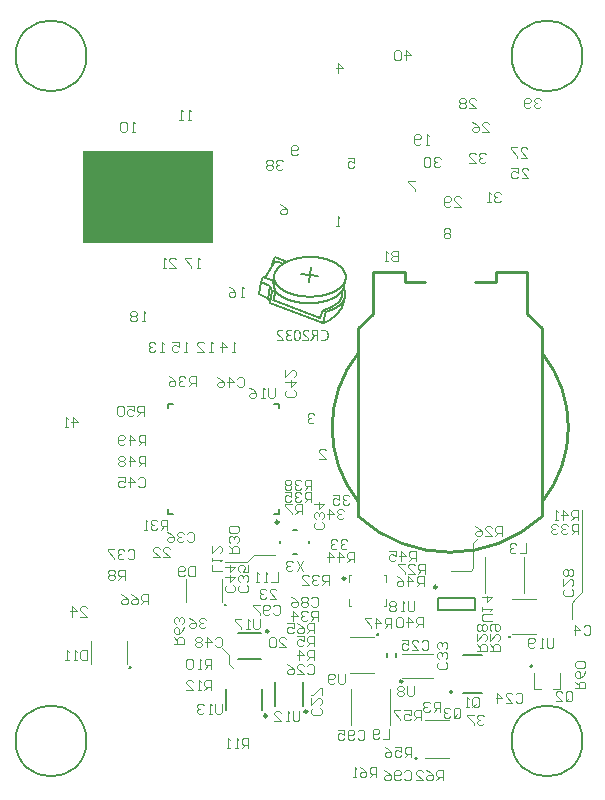
<source format=gbo>
G04*
G04 #@! TF.GenerationSoftware,Altium Limited,Altium Designer,21.2.2 (38)*
G04*
G04 Layer_Color=32896*
%FSLAX44Y44*%
%MOMM*%
G71*
G04*
G04 #@! TF.SameCoordinates,7819C684-4886-4163-8357-BFC2EAAA6F51*
G04*
G04*
G04 #@! TF.FilePolarity,Positive*
G04*
G01*
G75*
%ADD11C,0.1500*%
%ADD12C,0.2500*%
%ADD13C,0.2540*%
%ADD14C,0.1250*%
%ADD16C,0.2000*%
%ADD17C,0.1000*%
%ADD19C,0.1200*%
%ADD213C,0.2400*%
%ADD214R,11.0000X7.7500*%
G36*
X241768Y388362D02*
X241983Y388344D01*
X242199Y388317D01*
X242397Y388290D01*
X242586Y388245D01*
X242766Y388200D01*
X242927Y388155D01*
X243080Y388101D01*
X243215Y388047D01*
X243341Y388002D01*
X243440Y387957D01*
X243530Y387912D01*
X243602Y387886D01*
X243647Y387859D01*
X243683Y387840D01*
X243692Y387831D01*
Y386780D01*
X243521Y386896D01*
X243359Y387004D01*
X243188Y387094D01*
X243026Y387166D01*
X242864Y387238D01*
X242703Y387292D01*
X242559Y387337D01*
X242415Y387373D01*
X242289Y387400D01*
X242172Y387418D01*
X242064Y387436D01*
X241974Y387445D01*
X241902Y387454D01*
X241642D01*
X241489Y387436D01*
X241345Y387418D01*
X241219Y387382D01*
X241093Y387346D01*
X240976Y387310D01*
X240769Y387202D01*
X240599Y387085D01*
X240455Y386941D01*
X240338Y386797D01*
X240248Y386654D01*
X240176Y386501D01*
X240113Y386357D01*
X240077Y386222D01*
X240050Y386096D01*
X240032Y385997D01*
X240023Y385916D01*
Y385862D01*
Y385853D01*
Y385844D01*
X240032Y385682D01*
X240050Y385539D01*
X240077Y385395D01*
X240122Y385269D01*
X240176Y385152D01*
X240239Y385035D01*
X240392Y384837D01*
X240563Y384666D01*
X240760Y384523D01*
X240976Y384415D01*
X241192Y384316D01*
X241408Y384244D01*
X241624Y384190D01*
X241821Y384154D01*
X241992Y384127D01*
X242145Y384109D01*
X242208D01*
X242262Y384100D01*
X243107D01*
Y383183D01*
X242325D01*
X242082Y383174D01*
X241857Y383165D01*
X241651Y383138D01*
X241453Y383102D01*
X241273Y383066D01*
X241102Y383012D01*
X240940Y382958D01*
X240796Y382895D01*
X240662Y382823D01*
X240545Y382751D01*
X240428Y382679D01*
X240329Y382598D01*
X240239Y382518D01*
X240149Y382428D01*
X240014Y382257D01*
X239906Y382086D01*
X239816Y381915D01*
X239762Y381762D01*
X239726Y381618D01*
X239699Y381501D01*
X239690Y381412D01*
X239681Y381376D01*
Y381349D01*
Y381340D01*
Y381331D01*
X239690Y381178D01*
X239708Y381034D01*
X239735Y380899D01*
X239762Y380791D01*
X239789Y380701D01*
X239816Y380629D01*
X239834Y380584D01*
X239843Y380566D01*
X239906Y380449D01*
X239978Y380332D01*
X240050Y380243D01*
X240122Y380153D01*
X240185Y380090D01*
X240239Y380036D01*
X240275Y380000D01*
X240284Y379991D01*
X240392Y379910D01*
X240509Y379838D01*
X240626Y379775D01*
X240734Y379721D01*
X240823Y379685D01*
X240895Y379658D01*
X240949Y379640D01*
X240958Y379631D01*
X240967D01*
X241120Y379586D01*
X241273Y379559D01*
X241426Y379532D01*
X241561Y379523D01*
X241678Y379514D01*
X241777Y379505D01*
X241857D01*
X242082Y379514D01*
X242307Y379541D01*
X242523Y379577D01*
X242721Y379622D01*
X242918Y379685D01*
X243098Y379748D01*
X243269Y379811D01*
X243422Y379883D01*
X243557Y379955D01*
X243683Y380018D01*
X243791Y380090D01*
X243881Y380144D01*
X243953Y380189D01*
X244006Y380225D01*
X244042Y380252D01*
X244051Y380261D01*
Y379092D01*
X243899Y379002D01*
X243728Y378930D01*
X243557Y378858D01*
X243377Y378804D01*
X243017Y378714D01*
X242847Y378678D01*
X242676Y378651D01*
X242514Y378633D01*
X242370Y378615D01*
X242235Y378606D01*
X242127Y378597D01*
X242028Y378588D01*
X241902D01*
X241633Y378597D01*
X241381Y378615D01*
X241147Y378651D01*
X240949Y378687D01*
X240859Y378705D01*
X240787Y378723D01*
X240716Y378741D01*
X240662Y378759D01*
X240617Y378768D01*
X240581Y378777D01*
X240563Y378786D01*
X240554D01*
X240329Y378867D01*
X240122Y378966D01*
X239942Y379056D01*
X239789Y379155D01*
X239664Y379235D01*
X239574Y379299D01*
X239538Y379325D01*
X239511Y379343D01*
X239502Y379361D01*
X239493D01*
X239340Y379505D01*
X239205Y379658D01*
X239088Y379811D01*
X238989Y379955D01*
X238917Y380072D01*
X238863Y380171D01*
X238845Y380207D01*
X238827Y380234D01*
X238818Y380252D01*
Y380261D01*
X238737Y380458D01*
X238674Y380665D01*
X238638Y380863D01*
X238603Y381043D01*
X238584Y381196D01*
Y381268D01*
X238575Y381322D01*
Y381367D01*
Y381403D01*
Y381421D01*
Y381429D01*
X238584Y381600D01*
X238603Y381762D01*
X238629Y381915D01*
X238656Y382041D01*
X238692Y382149D01*
X238719Y382221D01*
X238737Y382275D01*
X238746Y382293D01*
X238809Y382436D01*
X238890Y382562D01*
X238962Y382679D01*
X239034Y382787D01*
X239106Y382868D01*
X239160Y382922D01*
X239196Y382967D01*
X239205Y382976D01*
X239322Y383084D01*
X239439Y383174D01*
X239556Y383255D01*
X239673Y383327D01*
X239771Y383381D01*
X239843Y383417D01*
X239897Y383444D01*
X239906Y383453D01*
X239915D01*
X240068Y383516D01*
X240221Y383569D01*
X240374Y383605D01*
X240509Y383641D01*
X240635Y383659D01*
X240725Y383677D01*
X240760D01*
X240787Y383686D01*
X240805D01*
Y383713D01*
X240635Y383767D01*
X240473Y383830D01*
X240320Y383893D01*
X240185Y383965D01*
X240050Y384046D01*
X239933Y384136D01*
X239816Y384217D01*
X239717Y384316D01*
X239529Y384505D01*
X239376Y384702D01*
X239250Y384909D01*
X239151Y385116D01*
X239079Y385305D01*
X239016Y385494D01*
X238971Y385664D01*
X238944Y385817D01*
X238926Y385934D01*
X238917Y386033D01*
Y386069D01*
Y386096D01*
Y386105D01*
Y386114D01*
X238926Y386294D01*
X238944Y386474D01*
X238980Y386627D01*
X239007Y386762D01*
X239043Y386878D01*
X239079Y386959D01*
X239097Y387013D01*
X239106Y387031D01*
X239187Y387184D01*
X239268Y387319D01*
X239358Y387436D01*
X239439Y387544D01*
X239520Y387625D01*
X239583Y387688D01*
X239618Y387733D01*
X239636Y387742D01*
X239771Y387850D01*
X239906Y387948D01*
X240050Y388020D01*
X240176Y388092D01*
X240293Y388146D01*
X240383Y388182D01*
X240419Y388191D01*
X240446Y388200D01*
X240455Y388209D01*
X240464D01*
X240644Y388263D01*
X240832Y388299D01*
X241012Y388335D01*
X241174Y388353D01*
X241318Y388362D01*
X241381D01*
X241435Y388371D01*
X241534D01*
X241768Y388362D01*
D02*
G37*
G36*
X256253D02*
X256523Y388335D01*
X256756Y388299D01*
X256864Y388272D01*
X256954Y388254D01*
X257044Y388236D01*
X257116Y388209D01*
X257188Y388191D01*
X257242Y388173D01*
X257287Y388155D01*
X257314Y388146D01*
X257332Y388137D01*
X257341D01*
X257548Y388038D01*
X257737Y387930D01*
X257907Y387822D01*
X258060Y387715D01*
X258186Y387616D01*
X258276Y387535D01*
X258312Y387508D01*
X258339Y387481D01*
X258348Y387472D01*
X258357Y387463D01*
Y386303D01*
X258186Y386483D01*
X258105Y386555D01*
X258024Y386627D01*
X257961Y386681D01*
X257907Y386726D01*
X257871Y386753D01*
X257862Y386762D01*
X257665Y386914D01*
X257566Y386977D01*
X257485Y387031D01*
X257413Y387067D01*
X257350Y387103D01*
X257314Y387121D01*
X257305Y387130D01*
X257089Y387229D01*
X256990Y387274D01*
X256900Y387301D01*
X256828Y387328D01*
X256775Y387346D01*
X256730Y387364D01*
X256721D01*
X256496Y387418D01*
X256388Y387436D01*
X256289Y387445D01*
X256208Y387454D01*
X255956D01*
X255830Y387436D01*
X255714Y387418D01*
X255615Y387400D01*
X255525Y387382D01*
X255462Y387364D01*
X255426Y387355D01*
X255408Y387346D01*
X255291Y387301D01*
X255192Y387256D01*
X255093Y387202D01*
X255012Y387148D01*
X254949Y387103D01*
X254904Y387067D01*
X254868Y387040D01*
X254859Y387031D01*
X254778Y386950D01*
X254706Y386860D01*
X254643Y386771D01*
X254590Y386681D01*
X254545Y386609D01*
X254518Y386546D01*
X254500Y386510D01*
X254491Y386492D01*
X254446Y386366D01*
X254410Y386240D01*
X254392Y386105D01*
X254374Y385988D01*
X254365Y385880D01*
X254356Y385799D01*
Y385746D01*
Y385737D01*
Y385728D01*
Y385584D01*
X254374Y385449D01*
X254383Y385323D01*
X254401Y385215D01*
X254419Y385125D01*
X254428Y385053D01*
X254446Y385008D01*
Y384990D01*
X254482Y384864D01*
X254527Y384738D01*
X254572Y384622D01*
X254625Y384523D01*
X254671Y384433D01*
X254706Y384370D01*
X254733Y384325D01*
X254742Y384307D01*
X254823Y384181D01*
X254913Y384064D01*
X255012Y383947D01*
X255102Y383848D01*
X255174Y383758D01*
X255246Y383695D01*
X255282Y383650D01*
X255300Y383632D01*
X255435Y383507D01*
X255579Y383381D01*
X255723Y383264D01*
X255857Y383156D01*
X255983Y383066D01*
X256073Y382994D01*
X256109Y382967D01*
X256136Y382949D01*
X256154Y382940D01*
X256163Y382931D01*
X256415Y382742D01*
X256649Y382562D01*
X256855Y382410D01*
X257035Y382266D01*
X257107Y382212D01*
X257170Y382158D01*
X257233Y382104D01*
X257278Y382068D01*
X257314Y382041D01*
X257341Y382014D01*
X257359Y382005D01*
X257368Y381996D01*
X257548Y381843D01*
X257701Y381690D01*
X257836Y381546D01*
X257952Y381421D01*
X258042Y381313D01*
X258114Y381232D01*
X258150Y381178D01*
X258168Y381169D01*
Y381160D01*
X258276Y381007D01*
X258357Y380845D01*
X258438Y380701D01*
X258492Y380566D01*
X258537Y380449D01*
X258573Y380359D01*
X258582Y380323D01*
X258591Y380297D01*
X258600Y380288D01*
Y380279D01*
X258645Y380099D01*
X258672Y379919D01*
X258699Y379739D01*
X258708Y379577D01*
X258717Y379433D01*
X258726Y379370D01*
Y379316D01*
Y379281D01*
Y379244D01*
Y379226D01*
Y379218D01*
Y378750D01*
X252890D01*
Y379712D01*
X257602D01*
X257593Y379856D01*
X257584Y379982D01*
X257566Y380099D01*
X257548Y380198D01*
X257530Y380279D01*
X257521Y380332D01*
X257503Y380378D01*
Y380387D01*
X257458Y380494D01*
X257404Y380602D01*
X257341Y380701D01*
X257278Y380791D01*
X257224Y380872D01*
X257188Y380926D01*
X257152Y380971D01*
X257143Y380980D01*
X257044Y381097D01*
X256927Y381205D01*
X256819Y381313D01*
X256703Y381403D01*
X256613Y381492D01*
X256532Y381555D01*
X256478Y381591D01*
X256469Y381609D01*
X256460D01*
X256289Y381744D01*
X256100Y381879D01*
X255920Y382023D01*
X255741Y382149D01*
X255588Y382257D01*
X255525Y382311D01*
X255462Y382347D01*
X255417Y382383D01*
X255381Y382410D01*
X255363Y382419D01*
X255354Y382428D01*
X255165Y382571D01*
X254985Y382706D01*
X254823Y382832D01*
X254688Y382940D01*
X254580Y383039D01*
X254500Y383111D01*
X254446Y383156D01*
X254428Y383174D01*
X254284Y383309D01*
X254158Y383453D01*
X254050Y383578D01*
X253951Y383695D01*
X253870Y383803D01*
X253816Y383875D01*
X253780Y383929D01*
X253771Y383947D01*
X253681Y384100D01*
X253601Y384253D01*
X253538Y384397D01*
X253484Y384523D01*
X253439Y384640D01*
X253412Y384729D01*
X253394Y384756D01*
Y384783D01*
X253385Y384792D01*
Y384801D01*
X253340Y384981D01*
X253304Y385152D01*
X253286Y385332D01*
X253268Y385485D01*
X253259Y385620D01*
X253250Y385682D01*
Y385728D01*
Y385772D01*
Y385799D01*
Y385817D01*
Y385826D01*
X253259Y386051D01*
X253286Y386258D01*
X253313Y386438D01*
X253349Y386600D01*
X253394Y386735D01*
X253412Y386788D01*
X253421Y386833D01*
X253439Y386869D01*
X253448Y386896D01*
X253457Y386905D01*
Y386914D01*
X253538Y387085D01*
X253636Y387238D01*
X253726Y387373D01*
X253825Y387490D01*
X253906Y387589D01*
X253969Y387661D01*
X254014Y387697D01*
X254032Y387715D01*
X254176Y387831D01*
X254320Y387930D01*
X254464Y388011D01*
X254590Y388083D01*
X254706Y388128D01*
X254805Y388173D01*
X254841Y388182D01*
X254868Y388191D01*
X254877Y388200D01*
X254886D01*
X255075Y388254D01*
X255264Y388299D01*
X255444Y388326D01*
X255615Y388353D01*
X255758Y388362D01*
X255812D01*
X255866Y388371D01*
X255965D01*
X256253Y388362D01*
D02*
G37*
G36*
X234376D02*
X234646Y388335D01*
X234880Y388299D01*
X234988Y388272D01*
X235078Y388254D01*
X235168Y388236D01*
X235240Y388209D01*
X235312Y388191D01*
X235366Y388173D01*
X235410Y388155D01*
X235437Y388146D01*
X235455Y388137D01*
X235464D01*
X235671Y388038D01*
X235860Y387930D01*
X236031Y387822D01*
X236184Y387715D01*
X236310Y387616D01*
X236399Y387535D01*
X236436Y387508D01*
X236462Y387481D01*
X236472Y387472D01*
X236481Y387463D01*
Y386303D01*
X236310Y386483D01*
X236229Y386555D01*
X236148Y386627D01*
X236085Y386681D01*
X236031Y386726D01*
X235995Y386753D01*
X235986Y386762D01*
X235788Y386914D01*
X235689Y386977D01*
X235608Y387031D01*
X235536Y387067D01*
X235473Y387103D01*
X235437Y387121D01*
X235428Y387130D01*
X235213Y387229D01*
X235114Y387274D01*
X235024Y387301D01*
X234952Y387328D01*
X234898Y387346D01*
X234853Y387364D01*
X234844D01*
X234619Y387418D01*
X234511Y387436D01*
X234412Y387445D01*
X234331Y387454D01*
X234080D01*
X233954Y387436D01*
X233837Y387418D01*
X233738Y387400D01*
X233648Y387382D01*
X233585Y387364D01*
X233549Y387355D01*
X233531Y387346D01*
X233414Y387301D01*
X233315Y387256D01*
X233216Y387202D01*
X233136Y387148D01*
X233073Y387103D01*
X233028Y387067D01*
X232992Y387040D01*
X232983Y387031D01*
X232902Y386950D01*
X232830Y386860D01*
X232767Y386771D01*
X232713Y386681D01*
X232668Y386609D01*
X232641Y386546D01*
X232623Y386510D01*
X232614Y386492D01*
X232569Y386366D01*
X232533Y386240D01*
X232515Y386105D01*
X232497Y385988D01*
X232488Y385880D01*
X232479Y385799D01*
Y385746D01*
Y385737D01*
Y385728D01*
Y385584D01*
X232497Y385449D01*
X232506Y385323D01*
X232524Y385215D01*
X232542Y385125D01*
X232551Y385053D01*
X232569Y385008D01*
Y384990D01*
X232605Y384864D01*
X232650Y384738D01*
X232695Y384622D01*
X232749Y384523D01*
X232794Y384433D01*
X232830Y384370D01*
X232857Y384325D01*
X232866Y384307D01*
X232947Y384181D01*
X233037Y384064D01*
X233136Y383947D01*
X233225Y383848D01*
X233297Y383758D01*
X233369Y383695D01*
X233405Y383650D01*
X233423Y383632D01*
X233558Y383507D01*
X233702Y383381D01*
X233846Y383264D01*
X233981Y383156D01*
X234107Y383066D01*
X234197Y382994D01*
X234233Y382967D01*
X234259Y382949D01*
X234277Y382940D01*
X234286Y382931D01*
X234538Y382742D01*
X234772Y382562D01*
X234979Y382410D01*
X235159Y382266D01*
X235231Y382212D01*
X235294Y382158D01*
X235357Y382104D01*
X235401Y382068D01*
X235437Y382041D01*
X235464Y382014D01*
X235482Y382005D01*
X235491Y381996D01*
X235671Y381843D01*
X235824Y381690D01*
X235959Y381546D01*
X236076Y381421D01*
X236166Y381313D01*
X236238Y381232D01*
X236274Y381178D01*
X236292Y381169D01*
Y381160D01*
X236399Y381007D01*
X236481Y380845D01*
X236561Y380701D01*
X236615Y380566D01*
X236660Y380449D01*
X236696Y380359D01*
X236705Y380323D01*
X236714Y380297D01*
X236723Y380288D01*
Y380279D01*
X236768Y380099D01*
X236795Y379919D01*
X236822Y379739D01*
X236831Y379577D01*
X236840Y379433D01*
X236849Y379370D01*
Y379316D01*
Y379281D01*
Y379244D01*
Y379226D01*
Y379218D01*
Y378750D01*
X231014D01*
Y379712D01*
X235725D01*
X235716Y379856D01*
X235707Y379982D01*
X235689Y380099D01*
X235671Y380198D01*
X235653Y380279D01*
X235644Y380332D01*
X235626Y380378D01*
Y380387D01*
X235581Y380494D01*
X235527Y380602D01*
X235464Y380701D01*
X235401Y380791D01*
X235347Y380872D01*
X235312Y380926D01*
X235276Y380971D01*
X235267Y380980D01*
X235168Y381097D01*
X235051Y381205D01*
X234943Y381313D01*
X234826Y381403D01*
X234736Y381492D01*
X234655Y381555D01*
X234601Y381591D01*
X234592Y381609D01*
X234583D01*
X234412Y381744D01*
X234224Y381879D01*
X234044Y382023D01*
X233864Y382149D01*
X233711Y382257D01*
X233648Y382311D01*
X233585Y382347D01*
X233540Y382383D01*
X233504Y382410D01*
X233486Y382419D01*
X233477Y382428D01*
X233288Y382571D01*
X233109Y382706D01*
X232947Y382832D01*
X232812Y382940D01*
X232704Y383039D01*
X232623Y383111D01*
X232569Y383156D01*
X232551Y383174D01*
X232407Y383309D01*
X232281Y383453D01*
X232174Y383578D01*
X232075Y383695D01*
X231994Y383803D01*
X231940Y383875D01*
X231904Y383929D01*
X231895Y383947D01*
X231805Y384100D01*
X231724Y384253D01*
X231661Y384397D01*
X231607Y384523D01*
X231562Y384640D01*
X231535Y384729D01*
X231517Y384756D01*
Y384783D01*
X231508Y384792D01*
Y384801D01*
X231463Y384981D01*
X231427Y385152D01*
X231409Y385332D01*
X231391Y385485D01*
X231382Y385620D01*
X231373Y385682D01*
Y385728D01*
Y385772D01*
Y385799D01*
Y385817D01*
Y385826D01*
X231382Y386051D01*
X231409Y386258D01*
X231436Y386438D01*
X231472Y386600D01*
X231517Y386735D01*
X231535Y386788D01*
X231544Y386833D01*
X231562Y386869D01*
X231571Y386896D01*
X231580Y386905D01*
Y386914D01*
X231661Y387085D01*
X231760Y387238D01*
X231850Y387373D01*
X231949Y387490D01*
X232030Y387589D01*
X232093Y387661D01*
X232138Y387697D01*
X232155Y387715D01*
X232299Y387831D01*
X232443Y387930D01*
X232587Y388011D01*
X232713Y388083D01*
X232830Y388128D01*
X232929Y388173D01*
X232965Y388182D01*
X232992Y388191D01*
X233001Y388200D01*
X233010D01*
X233199Y388254D01*
X233387Y388299D01*
X233567Y388326D01*
X233738Y388353D01*
X233882Y388362D01*
X233936D01*
X233990Y388371D01*
X234089D01*
X234376Y388362D01*
D02*
G37*
G36*
X270846Y388353D02*
X271206Y388308D01*
X271557Y388245D01*
X271880Y388155D01*
X272195Y388047D01*
X272474Y387930D01*
X272735Y387804D01*
X272977Y387670D01*
X273193Y387535D01*
X273382Y387409D01*
X273544Y387292D01*
X273679Y387184D01*
X273778Y387094D01*
X273859Y387031D01*
X273904Y386986D01*
X273922Y386968D01*
X274164Y386699D01*
X274371Y386411D01*
X274551Y386114D01*
X274713Y385808D01*
X274848Y385503D01*
X274956Y385197D01*
X275045Y384900D01*
X275117Y384613D01*
X275171Y384343D01*
X275216Y384091D01*
X275243Y383866D01*
X275270Y383677D01*
Y383596D01*
X275279Y383516D01*
Y383453D01*
X275288Y383399D01*
Y383354D01*
Y383327D01*
Y383309D01*
Y383300D01*
X275270Y382913D01*
X275234Y382544D01*
X275180Y382203D01*
X275099Y381879D01*
X275009Y381573D01*
X274902Y381295D01*
X274794Y381034D01*
X274677Y380800D01*
X274569Y380593D01*
X274461Y380413D01*
X274353Y380261D01*
X274263Y380126D01*
X274182Y380027D01*
X274128Y379955D01*
X274083Y379910D01*
X274074Y379892D01*
X273841Y379667D01*
X273589Y379469D01*
X273328Y379290D01*
X273058Y379146D01*
X272789Y379020D01*
X272519Y378912D01*
X272249Y378831D01*
X271997Y378759D01*
X271763Y378705D01*
X271539Y378669D01*
X271341Y378633D01*
X271170Y378615D01*
X271035Y378606D01*
X270972D01*
X270927Y378597D01*
X270837D01*
X270550Y378606D01*
X270280Y378624D01*
X270019Y378651D01*
X269767Y378687D01*
X269543Y378723D01*
X269327Y378768D01*
X269129Y378822D01*
X268949Y378876D01*
X268787Y378921D01*
X268643Y378975D01*
X268517Y379020D01*
X268419Y379065D01*
X268338Y379092D01*
X268275Y379119D01*
X268239Y379137D01*
X268230Y379146D01*
Y380216D01*
X268428Y380108D01*
X268634Y380009D01*
X268841Y379928D01*
X269057Y379856D01*
X269264Y379793D01*
X269471Y379739D01*
X269668Y379694D01*
X269848Y379667D01*
X270028Y379640D01*
X270190Y379622D01*
X270334Y379604D01*
X270451Y379595D01*
X270559Y379586D01*
X270693D01*
X270972Y379595D01*
X271242Y379631D01*
X271494Y379685D01*
X271728Y379748D01*
X271952Y379820D01*
X272159Y379910D01*
X272348Y380000D01*
X272519Y380099D01*
X272672Y380198D01*
X272798Y380288D01*
X272914Y380378D01*
X273013Y380449D01*
X273085Y380521D01*
X273139Y380566D01*
X273175Y380602D01*
X273184Y380611D01*
X273346Y380809D01*
X273499Y381025D01*
X273625Y381250D01*
X273733Y381474D01*
X273823Y381708D01*
X273895Y381933D01*
X273957Y382158D01*
X274011Y382374D01*
X274047Y382580D01*
X274074Y382769D01*
X274101Y382940D01*
X274110Y383084D01*
X274119Y383201D01*
X274128Y383300D01*
Y383327D01*
Y383354D01*
Y383363D01*
Y383372D01*
X274119Y383704D01*
X274083Y384019D01*
X274038Y384316D01*
X273966Y384594D01*
X273895Y384846D01*
X273814Y385089D01*
X273715Y385305D01*
X273625Y385503D01*
X273535Y385682D01*
X273436Y385835D01*
X273355Y385970D01*
X273274Y386078D01*
X273211Y386168D01*
X273166Y386222D01*
X273130Y386267D01*
X273121Y386276D01*
X272923Y386474D01*
X272717Y386636D01*
X272501Y386788D01*
X272276Y386914D01*
X272051Y387013D01*
X271835Y387103D01*
X271620Y387175D01*
X271413Y387238D01*
X271215Y387283D01*
X271044Y387319D01*
X270882Y387337D01*
X270738Y387355D01*
X270630Y387364D01*
X270541Y387373D01*
X270469D01*
X270244Y387364D01*
X270019Y387346D01*
X269803Y387319D01*
X269606Y387283D01*
X269408Y387238D01*
X269219Y387193D01*
X269048Y387139D01*
X268886Y387085D01*
X268742Y387031D01*
X268616Y386977D01*
X268500Y386932D01*
X268410Y386887D01*
X268329Y386851D01*
X268275Y386824D01*
X268239Y386806D01*
X268230Y386797D01*
Y387984D01*
X268401Y388056D01*
X268580Y388110D01*
X268949Y388209D01*
X269327Y388281D01*
X269507Y388299D01*
X269677Y388326D01*
X269839Y388335D01*
X269983Y388353D01*
X270118Y388362D01*
X270235D01*
X270325Y388371D01*
X270460D01*
X270846Y388353D01*
D02*
G37*
G36*
X266297Y378750D02*
X265191D01*
Y382769D01*
X264166D01*
X264067Y382760D01*
X263968Y382751D01*
X263887Y382733D01*
X263815Y382724D01*
X263770Y382706D01*
X263734Y382697D01*
X263725D01*
X263635Y382670D01*
X263545Y382625D01*
X263464Y382589D01*
X263392Y382553D01*
X263338Y382509D01*
X263293Y382481D01*
X263266Y382463D01*
X263257Y382454D01*
X263176Y382392D01*
X263105Y382320D01*
X263033Y382248D01*
X262970Y382185D01*
X262916Y382122D01*
X262880Y382077D01*
X262853Y382041D01*
X262844Y382032D01*
X262763Y381933D01*
X262691Y381825D01*
X262619Y381717D01*
X262556Y381618D01*
X262502Y381537D01*
X262457Y381465D01*
X262430Y381421D01*
X262421Y381403D01*
X260830Y378750D01*
X259508D01*
X261288Y381591D01*
X261360Y381708D01*
X261423Y381807D01*
X261486Y381906D01*
X261531Y381987D01*
X261576Y382050D01*
X261612Y382095D01*
X261630Y382131D01*
X261639Y382140D01*
X261756Y382302D01*
X261810Y382374D01*
X261855Y382436D01*
X261891Y382481D01*
X261927Y382527D01*
X261945Y382544D01*
X261954Y382553D01*
X262071Y382688D01*
X262178Y382787D01*
X262223Y382823D01*
X262259Y382850D01*
X262277Y382868D01*
X262286Y382877D01*
X262421Y382976D01*
X262556Y383048D01*
X262610Y383075D01*
X262655Y383102D01*
X262682Y383111D01*
X262691Y383120D01*
Y383147D01*
X262520Y383201D01*
X262358Y383255D01*
X262205Y383318D01*
X262080Y383372D01*
X261972Y383417D01*
X261900Y383462D01*
X261846Y383489D01*
X261828Y383498D01*
X261684Y383587D01*
X261558Y383677D01*
X261450Y383767D01*
X261351Y383857D01*
X261279Y383929D01*
X261216Y383992D01*
X261180Y384028D01*
X261171Y384046D01*
X261073Y384172D01*
X260992Y384298D01*
X260911Y384424D01*
X260857Y384541D01*
X260812Y384640D01*
X260776Y384711D01*
X260758Y384765D01*
X260749Y384783D01*
X260695Y384945D01*
X260659Y385098D01*
X260632Y385251D01*
X260614Y385395D01*
X260605Y385512D01*
X260596Y385611D01*
Y385647D01*
Y385673D01*
Y385682D01*
Y385691D01*
X260605Y385925D01*
X260632Y386132D01*
X260668Y386321D01*
X260704Y386483D01*
X260740Y386618D01*
X260758Y386672D01*
X260776Y386716D01*
X260794Y386753D01*
X260803Y386780D01*
X260812Y386788D01*
Y386797D01*
X260902Y386968D01*
X261000Y387121D01*
X261099Y387256D01*
X261189Y387373D01*
X261279Y387463D01*
X261351Y387535D01*
X261396Y387571D01*
X261405Y387589D01*
X261414D01*
X261567Y387697D01*
X261720Y387795D01*
X261873Y387877D01*
X262017Y387939D01*
X262143Y387993D01*
X262241Y388029D01*
X262277Y388038D01*
X262304Y388047D01*
X262322Y388056D01*
X262331D01*
X262529Y388110D01*
X262727Y388146D01*
X262925Y388182D01*
X263096Y388200D01*
X263248Y388209D01*
X263311D01*
X263365Y388218D01*
X266297D01*
Y378750D01*
D02*
G37*
G36*
X248682Y388353D02*
X248943Y388317D01*
X249177Y388272D01*
X249284Y388236D01*
X249374Y388209D01*
X249464Y388182D01*
X249545Y388146D01*
X249608Y388119D01*
X249662Y388101D01*
X249707Y388074D01*
X249743Y388065D01*
X249761Y388047D01*
X249770D01*
X249986Y387912D01*
X250175Y387760D01*
X250345Y387598D01*
X250489Y387445D01*
X250606Y387301D01*
X250660Y387238D01*
X250696Y387184D01*
X250723Y387139D01*
X250750Y387103D01*
X250759Y387085D01*
X250768Y387076D01*
X250912Y386824D01*
X251038Y386555D01*
X251137Y386285D01*
X251227Y386033D01*
X251263Y385916D01*
X251290Y385808D01*
X251317Y385718D01*
X251344Y385638D01*
X251362Y385566D01*
X251371Y385521D01*
X251380Y385485D01*
Y385476D01*
X251451Y385107D01*
X251496Y384738D01*
X251532Y384370D01*
X251550Y384199D01*
X251559Y384028D01*
X251568Y383875D01*
X251577Y383731D01*
Y383605D01*
X251586Y383498D01*
Y383408D01*
Y383345D01*
Y383309D01*
Y383291D01*
X251577Y382877D01*
X251568Y382688D01*
X251559Y382500D01*
X251541Y382320D01*
X251523Y382158D01*
X251505Y382005D01*
X251487Y381861D01*
X251469Y381735D01*
X251451Y381618D01*
X251434Y381519D01*
X251416Y381438D01*
X251406Y381376D01*
X251397Y381322D01*
X251388Y381295D01*
Y381286D01*
X251308Y380971D01*
X251218Y380683D01*
X251164Y380557D01*
X251119Y380440D01*
X251074Y380323D01*
X251029Y380225D01*
X250984Y380126D01*
X250939Y380045D01*
X250903Y379982D01*
X250876Y379919D01*
X250849Y379874D01*
X250831Y379838D01*
X250813Y379820D01*
Y379811D01*
X250660Y379595D01*
X250498Y379415D01*
X250345Y379254D01*
X250193Y379128D01*
X250067Y379029D01*
X249959Y378957D01*
X249923Y378930D01*
X249896Y378912D01*
X249878Y378894D01*
X249869D01*
X249653Y378795D01*
X249437Y378714D01*
X249221Y378660D01*
X249024Y378624D01*
X248934Y378615D01*
X248853Y378606D01*
X248781Y378597D01*
X248718D01*
X248673Y378588D01*
X248601D01*
X248322Y378606D01*
X248071Y378642D01*
X247846Y378687D01*
X247639Y378750D01*
X247558Y378777D01*
X247477Y378813D01*
X247414Y378840D01*
X247360Y378858D01*
X247315Y378885D01*
X247279Y378894D01*
X247261Y378912D01*
X247252D01*
X247037Y379047D01*
X246848Y379200D01*
X246677Y379352D01*
X246533Y379514D01*
X246416Y379649D01*
X246362Y379712D01*
X246326Y379766D01*
X246299Y379802D01*
X246272Y379838D01*
X246254Y379856D01*
Y379865D01*
X246110Y380117D01*
X245985Y380368D01*
X245877Y380629D01*
X245796Y380872D01*
X245751Y380989D01*
X245724Y381088D01*
X245697Y381178D01*
X245670Y381259D01*
X245652Y381322D01*
X245643Y381376D01*
X245634Y381403D01*
Y381412D01*
X245562Y381762D01*
X245508Y382131D01*
X245472Y382481D01*
X245454Y382652D01*
X245445Y382805D01*
X245436Y382958D01*
X245427Y383093D01*
Y383210D01*
X245418Y383318D01*
Y383399D01*
Y383462D01*
Y383507D01*
Y383516D01*
X245427Y383956D01*
X245454Y384370D01*
X245490Y384756D01*
X245544Y385116D01*
X245616Y385458D01*
X245697Y385763D01*
X245787Y386060D01*
X245886Y386321D01*
X245994Y386573D01*
X246110Y386797D01*
X246236Y386995D01*
X246362Y387184D01*
X246497Y387355D01*
X246632Y387508D01*
X246767Y387643D01*
X246911Y387769D01*
X247055Y387868D01*
X247189Y387966D01*
X247324Y388047D01*
X247459Y388119D01*
X247585Y388173D01*
X247711Y388227D01*
X247936Y388299D01*
X248035Y388317D01*
X248125Y388335D01*
X248206Y388353D01*
X248277Y388362D01*
X248331Y388371D01*
X248403D01*
X248682Y388353D01*
D02*
G37*
%LPC*%
G36*
X265191Y387211D02*
X263671D01*
X263500Y387202D01*
X263347Y387193D01*
X263195Y387175D01*
X263060Y387148D01*
X262934Y387112D01*
X262817Y387076D01*
X262709Y387040D01*
X262610Y386995D01*
X262529Y386959D01*
X262457Y386914D01*
X262394Y386878D01*
X262340Y386851D01*
X262304Y386815D01*
X262277Y386797D01*
X262259Y386788D01*
X262250Y386780D01*
X262160Y386699D01*
X262089Y386609D01*
X262017Y386510D01*
X261963Y386420D01*
X261873Y386222D01*
X261819Y386033D01*
X261783Y385862D01*
X261774Y385790D01*
X261765Y385728D01*
X261756Y385673D01*
Y385638D01*
Y385611D01*
Y385602D01*
X261765Y385449D01*
X261774Y385305D01*
X261801Y385170D01*
X261828Y385062D01*
X261855Y384972D01*
X261873Y384900D01*
X261891Y384855D01*
X261900Y384837D01*
X261954Y384711D01*
X262026Y384604D01*
X262089Y384505D01*
X262152Y384424D01*
X262214Y384352D01*
X262259Y384307D01*
X262295Y384271D01*
X262304Y384262D01*
X262403Y384181D01*
X262511Y384109D01*
X262610Y384046D01*
X262709Y383992D01*
X262790Y383956D01*
X262853Y383929D01*
X262898Y383911D01*
X262916Y383902D01*
X263051Y383857D01*
X263186Y383830D01*
X263311Y383803D01*
X263437Y383794D01*
X263536Y383785D01*
X263617Y383776D01*
X265191D01*
Y387211D01*
D02*
G37*
G36*
X248511Y387454D02*
X248457D01*
X248286Y387445D01*
X248116Y387409D01*
X247963Y387355D01*
X247819Y387283D01*
X247693Y387193D01*
X247567Y387085D01*
X247450Y386959D01*
X247342Y386824D01*
X247243Y386672D01*
X247162Y386519D01*
X247001Y386177D01*
X246875Y385808D01*
X246776Y385440D01*
X246695Y385062D01*
X246632Y384693D01*
X246587Y384352D01*
X246578Y384199D01*
X246560Y384046D01*
X246551Y383911D01*
X246542Y383785D01*
Y383677D01*
X246533Y383587D01*
Y383516D01*
Y383462D01*
Y383426D01*
Y383417D01*
X246542Y383066D01*
X246551Y382724D01*
X246578Y382419D01*
X246614Y382122D01*
X246659Y381852D01*
X246713Y381600D01*
X246776Y381367D01*
X246839Y381160D01*
X246911Y380962D01*
X246992Y380773D01*
X247073Y380611D01*
X247153Y380458D01*
X247243Y380323D01*
X247333Y380198D01*
X247423Y380090D01*
X247513Y379991D01*
X247603Y379910D01*
X247693Y379829D01*
X247783Y379766D01*
X247873Y379712D01*
X248035Y379622D01*
X248188Y379568D01*
X248313Y379532D01*
X248412Y379514D01*
X248448Y379505D01*
X248493D01*
X248673Y379514D01*
X248844Y379550D01*
X248997Y379604D01*
X249150Y379667D01*
X249284Y379757D01*
X249410Y379856D01*
X249536Y379973D01*
X249644Y380108D01*
X249743Y380243D01*
X249833Y380396D01*
X249995Y380719D01*
X250130Y381070D01*
X250229Y381429D01*
X250310Y381780D01*
X250373Y382131D01*
X250417Y382454D01*
X250435Y382607D01*
X250453Y382742D01*
X250462Y382877D01*
X250471Y382994D01*
Y383093D01*
X250480Y383183D01*
Y383246D01*
Y383300D01*
Y383336D01*
Y383345D01*
X250471Y383722D01*
X250453Y384064D01*
X250426Y384397D01*
X250390Y384702D01*
X250345Y384990D01*
X250292Y385251D01*
X250229Y385494D01*
X250166Y385718D01*
X250094Y385925D01*
X250013Y386123D01*
X249923Y386294D01*
X249842Y386447D01*
X249752Y386591D01*
X249653Y386726D01*
X249563Y386842D01*
X249464Y386941D01*
X249374Y387031D01*
X249275Y387112D01*
X249186Y387175D01*
X249096Y387238D01*
X249006Y387283D01*
X248925Y387328D01*
X248772Y387391D01*
X248646Y387427D01*
X248547Y387445D01*
X248511Y387454D01*
D02*
G37*
%LPD*%
D11*
X260699Y449777D02*
G03*
X259502Y449797I-1495J-55555D01*
G01*
X259201Y416235D02*
G03*
X260500Y416250I1J55681D01*
G01*
X259511Y410700D02*
G03*
X260560Y410735I-1286J55092D01*
G01*
X228888Y433016D02*
G03*
X229010Y431503I9481J0D01*
G01*
Y431503D02*
G03*
X229068Y431178I9514J1535D01*
G01*
D02*
G03*
X229125Y430909I9553J1880D01*
G01*
X229125D02*
G03*
X229183Y430667I9598J2172D01*
G01*
Y430667D02*
G03*
X229240Y430454I9644J2440D01*
G01*
X229240D02*
G03*
X229293Y430267I9689J2682D01*
G01*
X229293D02*
G03*
X229350Y430082I9739J2899D01*
G01*
D02*
G03*
X229411Y429897I9793J3120D01*
G01*
X229376Y436030D02*
G03*
X229317Y435844I9706J-3179D01*
G01*
X229317D02*
G03*
X229262Y435658I9658J-2961D01*
G01*
X229262Y435658D02*
G03*
X229204Y435445I9608J-2745D01*
G01*
X229204Y435445D02*
G03*
X229150Y435230I9564J-2504D01*
G01*
X229150Y435230D02*
G03*
X229096Y434988I9521J-2267D01*
G01*
X229096D02*
G03*
X229038Y434691I9478J-2004D01*
G01*
Y434691D02*
G03*
X228974Y434283I9436J-1689D01*
G01*
X228974D02*
G03*
X228888Y433016I9391J-1267D01*
G01*
X229461Y436038D02*
G03*
X229407Y435866I9708J-3189D01*
G01*
X229407Y435866D02*
G03*
X229351Y435681I9660J-2986D01*
G01*
D02*
G03*
X229297Y435483I9613J-2771D01*
G01*
X229297Y435483D02*
G03*
X229243Y435272I9569J-2547D01*
G01*
X229243D02*
G03*
X229188Y435035I9526J-2313D01*
G01*
Y435035D02*
G03*
X229131Y434747I9482J-2055D01*
G01*
D02*
G03*
X229070Y434382I9442J-1749D01*
G01*
D02*
G03*
X228971Y433016I9379J-1366D01*
G01*
Y433016D02*
G03*
X228979Y432637I9543J-0D01*
G01*
D02*
G03*
X229013Y432121I9438J374D01*
G01*
X229013D02*
G03*
X229095Y431487I9326J883D01*
G01*
X259201Y449798D02*
G03*
X257901Y449782I-1J-55681D01*
G01*
X257901Y449782D02*
G03*
X256813Y449746I1285J-55082D01*
G01*
X256126Y416320D02*
G03*
X257109Y416274I3044J54595D01*
G01*
Y416274D02*
G03*
X258200Y416244I2082J55203D01*
G01*
X258200D02*
G03*
X259201Y416235I1000J55731D01*
G01*
X255482Y410752D02*
G03*
X256498Y410711I2707J54806D01*
G01*
X256498Y410711D02*
G03*
X257676Y410687I1708J55409D01*
G01*
X258211Y410685D02*
G03*
X259511Y410700I1J55681D01*
G01*
X261736Y449740D02*
G03*
X260699Y449777I-2518J-54954D01*
G01*
X260500Y416250D02*
G03*
X261589Y416286I-1285J55081D01*
G01*
X289027Y430002D02*
G03*
X289086Y430188I-9703J3178D01*
G01*
X289085D02*
G03*
X289140Y430374I-9655J2960D01*
G01*
X289140D02*
G03*
X289199Y430587I-9605J2744D01*
G01*
D02*
G03*
X289252Y430801I-9561J2504D01*
G01*
X289252D02*
G03*
X289307Y431043I-9518J2267D01*
G01*
D02*
G03*
X289365Y431341I-9474J2004D01*
G01*
D02*
G03*
X289429Y431749I-9431J1689D01*
G01*
D02*
G03*
X289514Y433016I-9387J1267D01*
G01*
Y433016D02*
G03*
X289393Y434528I-9486J-0D01*
G01*
D02*
G03*
X289329Y434880I-9521J-1536D01*
G01*
Y434880D02*
G03*
X289271Y435150I-9562J-1909D01*
G01*
Y435150D02*
G03*
X289213Y435391I-9607J-2202D01*
G01*
X289213Y435391D02*
G03*
X289156Y435605I-9654J-2470D01*
G01*
X289156D02*
G03*
X289102Y435791I-9699J-2713D01*
G01*
X289102Y435791D02*
G03*
X289044Y435977I-9750J-2930D01*
G01*
X286243Y416426D02*
G03*
X286280Y416565I-7312J2049D01*
G01*
D02*
G03*
X286315Y416705I-7270J1889D01*
G01*
D02*
G03*
X286352Y416865I-7228J1731D01*
G01*
D02*
G03*
X286388Y417046I-7187J1554D01*
G01*
D02*
G03*
X286427Y417269I-7147J1358D01*
G01*
D02*
G03*
X286469Y417575I-7111J1123D01*
G01*
D02*
G03*
X286504Y418779I-7099J811D01*
G01*
X286504D02*
G03*
X286488Y419012I-7270J-399D01*
G01*
X286488Y419012D02*
G03*
X286469Y419203I-7336J-639D01*
G01*
D02*
G03*
X286447Y419373I-7401J-839D01*
G01*
X286447Y419373D02*
G03*
X286425Y419523I-7465J-1021D01*
G01*
X287989Y424311D02*
G03*
X288048Y424489I-9746J3348D01*
G01*
X288048D02*
G03*
X288104Y424668I-9696J3135D01*
G01*
Y424668D02*
G03*
X288157Y424847I-9651J2926D01*
G01*
D02*
G03*
X288213Y425053I-9603J2718D01*
G01*
X288213D02*
G03*
X288270Y425285I-9555J2485D01*
G01*
X288270D02*
G03*
X288327Y425545I-9510J2229D01*
G01*
D02*
G03*
X288386Y425858I-9467J1949D01*
G01*
X288386Y425858D02*
G03*
X288449Y426277I-9428J1620D01*
G01*
D02*
G03*
X288470Y426462I-9433J1192D01*
G01*
X286305Y407667D02*
G03*
X286489Y408029I-20634J10737D01*
G01*
X286489D02*
G03*
X286667Y408393I-20603J10268D01*
G01*
X286667Y408393D02*
G03*
X286850Y408787I-20564J9800D01*
G01*
D02*
G03*
X287025Y409182I-20532J9309D01*
G01*
Y409183D02*
G03*
X287203Y409608I-20495J8822D01*
G01*
D02*
G03*
X287382Y410063I-20458J8310D01*
G01*
X287382Y410063D02*
G03*
X287560Y410548I-20423J7773D01*
G01*
Y410548D02*
G03*
X287735Y411065I-20391J7214D01*
G01*
D02*
G03*
X287914Y411640I-20359J6630D01*
G01*
X287914Y411640D02*
G03*
X288097Y412303I-20331J5994D01*
G01*
Y412303D02*
G03*
X288297Y413139I-20305J5276D01*
G01*
X288297D02*
G03*
X288531Y414411I-20289J4394D01*
G01*
X288531Y414411D02*
G03*
X288700Y415873I-20383J3101D01*
G01*
X288610Y415562D02*
G03*
X288665Y415748I-9660J2972D01*
G01*
X288665D02*
G03*
X288721Y415953I-9612J2756D01*
G01*
D02*
G03*
X288778Y416179I-9565J2523D01*
G01*
X288778D02*
G03*
X288833Y416423I-9522J2274D01*
G01*
X288833D02*
G03*
X288892Y416726I-9477J2008D01*
G01*
D02*
G03*
X288955Y417126I-9436J1688D01*
G01*
X288955D02*
G03*
X289041Y418400I-9391J1274D01*
G01*
X289041Y418400D02*
G03*
X288935Y419813I-9457J-0D01*
G01*
X288935D02*
G03*
X288877Y420154I-9495J-1434D01*
G01*
D02*
G03*
X288822Y420427I-9535J-1793D01*
G01*
Y420427D02*
G03*
X288768Y420659I-9577J-2087D01*
G01*
X288768D02*
G03*
X288716Y420865I-9621J-2342D01*
G01*
D02*
G03*
X288663Y421055I-9665J-2574D01*
G01*
Y421055D02*
G03*
X288611Y421229I-9711J-2792D01*
G01*
X228294Y413563D02*
X268061Y398505D01*
X225462Y410618D02*
X270156Y393621D01*
X217375Y428565D02*
X225411Y425265D01*
X240117Y446055D02*
X240299Y446136D01*
X239937Y445974D02*
X240117Y446055D01*
X219385Y432587D02*
X228547Y429025D01*
X239937Y420059D02*
X240117Y419977D01*
X240299Y419896D01*
X239883Y414099D02*
X240082Y414016D01*
X240282Y413934D01*
X215758Y418162D02*
X224253Y414504D01*
X280636Y444883D02*
X280800Y444791D01*
X252025Y435518D02*
X266376Y433800D01*
X280537Y421096D02*
X280702Y421187D01*
X280865Y421278D01*
X280609Y409626D02*
X280696Y409687D01*
X280783Y409748D01*
X280870Y409809D01*
X280580Y416140D02*
X280731Y416232D01*
X280850Y416306D01*
X280522Y400282D02*
X280797Y400536D01*
X281046Y400770D01*
X280616Y406789D02*
X280751Y406868D01*
X280884Y406946D01*
X215758Y418085D02*
X217375Y428565D01*
X230244Y428038D02*
X230301Y427938D01*
X230359Y427837D01*
X229783Y449476D02*
X239741Y445881D01*
X228237Y429146D02*
X230041Y421067D01*
X228124Y446375D02*
X230041Y449626D01*
X229028Y431396D02*
X229157Y425020D01*
X246581Y448279D02*
X246925Y448365D01*
X246239Y448191D02*
X246581Y448279D01*
X245900Y448100D02*
X246239Y448191D01*
X271950Y448246D02*
X272290Y448157D01*
X271607Y448333D02*
X271950Y448246D01*
X277040Y407529D02*
X277168Y407594D01*
X277296Y407660D01*
X277423Y407726D01*
X288028Y427812D02*
X288087Y427913D01*
X288144Y428013D01*
X288271Y425297D02*
X289416Y431662D01*
X286128Y407333D02*
X286305Y407667D01*
X281797Y407512D02*
X281923Y407595D01*
X282049Y407678D01*
X217458Y428565D02*
X219607Y432501D01*
X229411Y429897D02*
X229466Y429739D01*
X229524Y429582D01*
X229584Y429425D01*
X229636Y429294D01*
X229691Y429165D01*
X229747Y429035D01*
X229804Y428906D01*
X229864Y428777D01*
X229925Y428649D01*
X229988Y428521D01*
X230053Y428393D01*
X230120Y428266D01*
X230188Y428140D01*
X230244Y428038D01*
X239758Y445892D02*
X239937Y445974D01*
X239580Y445808D02*
X239758Y445892D01*
X239403Y445725D02*
X239580Y445808D01*
X239227Y445640D02*
X239403Y445725D01*
X239053Y445555D02*
X239227Y445640D01*
X238880Y445469D02*
X239053Y445555D01*
X238707Y445382D02*
X238880Y445469D01*
X238536Y445294D02*
X238707Y445382D01*
X238367Y445206D02*
X238536Y445294D01*
X238199Y445117D02*
X238367Y445206D01*
X238031Y445028D02*
X238199Y445117D01*
X237865Y444937D02*
X238031Y445028D01*
X237701Y444846D02*
X237865Y444937D01*
X237537Y444754D02*
X237701Y444846D01*
X237375Y444662D02*
X237537Y444754D01*
X237246Y444588D02*
X237375Y444662D01*
X237118Y444513D02*
X237246Y444588D01*
X236991Y444437D02*
X237118Y444513D01*
X236865Y444362D02*
X236991Y444437D01*
X236739Y444286D02*
X236865Y444362D01*
X236615Y444209D02*
X236739Y444286D01*
X236491Y444132D02*
X236615Y444209D01*
X236368Y444054D02*
X236491Y444132D01*
X236246Y443977D02*
X236368Y444054D01*
X236124Y443898D02*
X236246Y443977D01*
X236004Y443820D02*
X236124Y443898D01*
X235884Y443741D02*
X236004Y443820D01*
X235766Y443661D02*
X235884Y443741D01*
X235648Y443581D02*
X235766Y443661D01*
X235531Y443501D02*
X235648Y443581D01*
X235415Y443420D02*
X235531Y443501D01*
X235299Y443339D02*
X235415Y443420D01*
X235185Y443257D02*
X235299Y443339D01*
X235072Y443176D02*
X235185Y443257D01*
X234959Y443093D02*
X235072Y443176D01*
X234848Y443010D02*
X234959Y443093D01*
X234737Y442927D02*
X234848Y443010D01*
X234627Y442844D02*
X234737Y442927D01*
X234518Y442760D02*
X234627Y442844D01*
X234410Y442676D02*
X234518Y442760D01*
X234303Y442591D02*
X234410Y442676D01*
X234197Y442506D02*
X234303Y442591D01*
X234091Y442421D02*
X234197Y442506D01*
X233987Y442335D02*
X234091Y442421D01*
X233883Y442248D02*
X233987Y442335D01*
X233781Y442162D02*
X233883Y442248D01*
X233680Y442075D02*
X233781Y442162D01*
X233579Y441988D02*
X233680Y442075D01*
X233479Y441900D02*
X233579Y441988D01*
X233381Y441812D02*
X233479Y441900D01*
X233283Y441724D02*
X233381Y441812D01*
X233186Y441635D02*
X233283Y441724D01*
X233090Y441546D02*
X233186Y441635D01*
X232995Y441456D02*
X233090Y441546D01*
X232901Y441367D02*
X232995Y441456D01*
X232808Y441277D02*
X232901Y441367D01*
X232717Y441186D02*
X232808Y441277D01*
X232626Y441095D02*
X232717Y441186D01*
X232536Y441004D02*
X232626Y441095D01*
X232447Y440912D02*
X232536Y441004D01*
X232359Y440821D02*
X232447Y440912D01*
X232272Y440728D02*
X232359Y440821D01*
X232186Y440636D02*
X232272Y440728D01*
X232101Y440543D02*
X232186Y440636D01*
X232017Y440450D02*
X232101Y440543D01*
X231934Y440356D02*
X232017Y440450D01*
X231852Y440262D02*
X231934Y440356D01*
X231771Y440168D02*
X231852Y440262D01*
X231691Y440074D02*
X231771Y440168D01*
X231612Y439979D02*
X231691Y440074D01*
X231535Y439884D02*
X231612Y439979D01*
X231458Y439788D02*
X231535Y439884D01*
X231382Y439693D02*
X231458Y439788D01*
X231307Y439596D02*
X231382Y439693D01*
X231234Y439500D02*
X231307Y439596D01*
X231161Y439403D02*
X231234Y439500D01*
X231090Y439306D02*
X231161Y439403D01*
X231019Y439209D02*
X231090Y439306D01*
X230950Y439112D02*
X231019Y439209D01*
X230882Y439014D02*
X230950Y439112D01*
X230814Y438915D02*
X230882Y439014D01*
X230748Y438817D02*
X230814Y438915D01*
X230683Y438718D02*
X230748Y438817D01*
X230619Y438619D02*
X230683Y438718D01*
X230556Y438520D02*
X230619Y438619D01*
X230494Y438420D02*
X230556Y438520D01*
X230434Y438320D02*
X230494Y438420D01*
X230374Y438220D02*
X230434Y438320D01*
X230316Y438120D02*
X230374Y438220D01*
X230258Y438019D02*
X230316Y438120D01*
X230202Y437918D02*
X230258Y438019D01*
X230147Y437817D02*
X230202Y437918D01*
X230080Y437690D02*
X230147Y437817D01*
X230014Y437562D02*
X230080Y437690D01*
X229950Y437435D02*
X230014Y437562D01*
X229888Y437307D02*
X229950Y437435D01*
X229828Y437178D02*
X229888Y437307D01*
X229769Y437049D02*
X229828Y437178D01*
X229713Y436920D02*
X229769Y437049D01*
X229658Y436790D02*
X229713Y436920D01*
X229605Y436660D02*
X229658Y436790D01*
X229544Y436503D02*
X229605Y436660D01*
X229485Y436346D02*
X229544Y436503D01*
X229429Y436188D02*
X229485Y436346D01*
X229376Y436030D02*
X229429Y436188D01*
X220744Y432058D02*
X229783Y446099D01*
X228227Y446742D02*
X235725Y444308D01*
X236548Y444114D02*
X236692Y444204D01*
X236420Y444033D02*
X236548Y444114D01*
X236293Y443952D02*
X236420Y444033D01*
X236167Y443870D02*
X236293Y443952D01*
X236041Y443788D02*
X236167Y443870D01*
X235931Y443714D02*
X236041Y443788D01*
X235821Y443641D02*
X235931Y443714D01*
X235711Y443566D02*
X235821Y443641D01*
X235603Y443492D02*
X235711Y443566D01*
X235495Y443417D02*
X235603Y443492D01*
X235389Y443342D02*
X235495Y443417D01*
X235282Y443266D02*
X235389Y443342D01*
X235177Y443190D02*
X235282Y443266D01*
X235072Y443114D02*
X235177Y443190D01*
X234969Y443037D02*
X235072Y443114D01*
X234866Y442960D02*
X234969Y443037D01*
X234763Y442883D02*
X234866Y442960D01*
X234662Y442805D02*
X234763Y442883D01*
X234561Y442727D02*
X234662Y442805D01*
X234461Y442649D02*
X234561Y442727D01*
X234362Y442570D02*
X234461Y442649D01*
X234264Y442492D02*
X234362Y442570D01*
X234166Y442412D02*
X234264Y442492D01*
X234069Y442333D02*
X234166Y442412D01*
X233973Y442253D02*
X234069Y442333D01*
X233878Y442173D02*
X233973Y442253D01*
X233784Y442092D02*
X233878Y442173D01*
X233690Y442011D02*
X233784Y442092D01*
X233598Y441930D02*
X233690Y442011D01*
X233506Y441848D02*
X233598Y441930D01*
X233415Y441767D02*
X233506Y441848D01*
X233324Y441685D02*
X233415Y441767D01*
X233235Y441602D02*
X233324Y441685D01*
X233146Y441519D02*
X233235Y441602D01*
X233058Y441436D02*
X233146Y441519D01*
X232972Y441353D02*
X233058Y441436D01*
X232885Y441269D02*
X232972Y441353D01*
X232800Y441185D02*
X232885Y441269D01*
X232716Y441101D02*
X232800Y441185D01*
X232632Y441017D02*
X232716Y441101D01*
X232549Y440932D02*
X232632Y441017D01*
X232468Y440847D02*
X232549Y440932D01*
X232387Y440761D02*
X232468Y440847D01*
X232307Y440676D02*
X232387Y440761D01*
X232227Y440590D02*
X232307Y440676D01*
X232149Y440503D02*
X232227Y440590D01*
X232071Y440417D02*
X232149Y440503D01*
X231995Y440330D02*
X232071Y440417D01*
X231919Y440243D02*
X231995Y440330D01*
X231844Y440156D02*
X231919Y440243D01*
X231770Y440068D02*
X231844Y440156D01*
X231697Y439980D02*
X231770Y440068D01*
X231625Y439892D02*
X231697Y439980D01*
X231553Y439803D02*
X231625Y439892D01*
X231483Y439715D02*
X231553Y439803D01*
X231413Y439626D02*
X231483Y439715D01*
X231345Y439536D02*
X231413Y439626D01*
X231277Y439447D02*
X231345Y439536D01*
X231210Y439357D02*
X231277Y439447D01*
X231144Y439267D02*
X231210Y439357D01*
X231079Y439176D02*
X231144Y439267D01*
X231015Y439086D02*
X231079Y439176D01*
X230952Y438995D02*
X231015Y439086D01*
X230890Y438904D02*
X230952Y438995D01*
X230829Y438813D02*
X230890Y438904D01*
X230768Y438721D02*
X230829Y438813D01*
X230709Y438629D02*
X230768Y438721D01*
X230650Y438537D02*
X230709Y438629D01*
X230593Y438445D02*
X230650Y438537D01*
X230529Y438341D02*
X230593Y438445D01*
X230467Y438236D02*
X230529Y438341D01*
X230406Y438131D02*
X230467Y438236D01*
X230345Y438026D02*
X230406Y438131D01*
X230287Y437921D02*
X230345Y438026D01*
X230229Y437815D02*
X230287Y437921D01*
X230173Y437709D02*
X230229Y437815D01*
X230118Y437603D02*
X230173Y437709D01*
X230064Y437497D02*
X230118Y437603D01*
X230005Y437378D02*
X230064Y437497D01*
X229949Y437259D02*
X230005Y437378D01*
X229893Y437140D02*
X229949Y437259D01*
X229839Y437020D02*
X229893Y437140D01*
X229782Y436888D02*
X229839Y437020D01*
X229727Y436755D02*
X229782Y436888D01*
X229673Y436622D02*
X229727Y436755D01*
X229621Y436489D02*
X229673Y436622D01*
X229567Y436343D02*
X229621Y436489D01*
X229515Y436197D02*
X229567Y436343D01*
X229461Y436038D02*
X229515Y436197D01*
X227302Y442263D02*
X228227Y446618D01*
X230359Y427837D02*
X230419Y427737D01*
X230479Y427637D01*
X230541Y427537D01*
X230603Y427438D01*
X230667Y427339D01*
X230732Y427240D01*
X230798Y427141D01*
X230865Y427043D01*
X230933Y426945D01*
X231002Y426848D01*
X231072Y426750D01*
X231143Y426653D01*
X231216Y426557D01*
X231289Y426460D01*
X231363Y426364D01*
X231439Y426268D01*
X231515Y426173D01*
X231593Y426077D01*
X231671Y425983D01*
X231751Y425888D01*
X231832Y425794D01*
X231913Y425700D01*
X231996Y425606D01*
X232080Y425513D01*
X232164Y425420D01*
X232250Y425327D01*
X232337Y425235D01*
X232425Y425143D01*
X232513Y425052D01*
X232603Y424960D01*
X232694Y424869D01*
X232785Y424779D01*
X232878Y424689D01*
X232972Y424599D01*
X233066Y424509D01*
X233162Y424420D01*
X233258Y424331D01*
X233356Y424243D01*
X233454Y424155D01*
X233554Y424067D01*
X233654Y423980D01*
X233756Y423893D01*
X233858Y423806D01*
X233961Y423720D01*
X234065Y423634D01*
X234170Y423548D01*
X234276Y423463D01*
X234383Y423378D01*
X234491Y423294D01*
X234600Y423210D01*
X234709Y423126D01*
X234820Y423043D01*
X234931Y422960D01*
X235044Y422878D01*
X235157Y422796D01*
X235271Y422714D01*
X235386Y422633D01*
X235502Y422552D01*
X235618Y422472D01*
X235736Y422392D01*
X235855Y422312D01*
X235974Y422233D01*
X236094Y422154D01*
X236215Y422076D01*
X236337Y421998D01*
X236460Y421920D01*
X236584Y421843D01*
X236708Y421766D01*
X236833Y421690D01*
X236959Y421614D01*
X237086Y421539D01*
X237214Y421464D01*
X237375Y421371D01*
X237537Y421278D01*
X237701Y421187D01*
X237865Y421096D01*
X238031Y421005D01*
X238199Y420916D01*
X238367Y420827D01*
X238536Y420739D01*
X238707Y420651D01*
X238880Y420564D01*
X239053Y420478D01*
X239227Y420393D01*
X239403Y420308D01*
X239580Y420224D01*
X239758Y420141D01*
X239937Y420059D01*
X226909Y421067D02*
X229783D01*
X225065Y425570D02*
X226909Y421067D01*
X228392Y413437D02*
X229783Y421067D01*
X224124Y414977D02*
X225462Y410439D01*
X230041Y421255D02*
X230122Y421144D01*
X230190Y421052D01*
X230260Y420960D01*
X230330Y420868D01*
X230402Y420776D01*
X230474Y420685D01*
X230548Y420594D01*
X230622Y420503D01*
X230697Y420412D01*
X230773Y420322D01*
X230850Y420232D01*
X230928Y420143D01*
X231007Y420053D01*
X231087Y419964D01*
X231168Y419876D01*
X231250Y419787D01*
X231332Y419699D01*
X231416Y419612D01*
X231500Y419524D01*
X231586Y419437D01*
X231672Y419350D01*
X231759Y419264D01*
X231847Y419177D01*
X231936Y419091D01*
X232026Y419006D01*
X232117Y418921D01*
X232208Y418836D01*
X232301Y418751D01*
X232394Y418667D01*
X232488Y418583D01*
X232583Y418499D01*
X232679Y418416D01*
X232776Y418333D01*
X232874Y418250D01*
X232972Y418168D01*
X233071Y418086D01*
X233172Y418004D01*
X233273Y417923D01*
X233375Y417842D01*
X233477Y417762D01*
X233581Y417682D01*
X233685Y417602D01*
X233790Y417522D01*
X233896Y417443D01*
X234003Y417364D01*
X234111Y417286D01*
X234219Y417208D01*
X234329Y417130D01*
X234439Y417052D01*
X234550Y416976D01*
X234661Y416899D01*
X234774Y416823D01*
X234887Y416747D01*
X235001Y416671D01*
X235116Y416596D01*
X235231Y416521D01*
X235348Y416447D01*
X235488Y416358D01*
X235630Y416270D01*
X235773Y416183D01*
X235917Y416095D01*
X236062Y416009D01*
X236208Y415923D01*
X236356Y415838D01*
X236504Y415753D01*
X236653Y415669D01*
X236804Y415585D01*
X236955Y415502D01*
X237108Y415420D01*
X237261Y415338D01*
X237416Y415256D01*
X237571Y415176D01*
X237728Y415096D01*
X237886Y415016D01*
X238044Y414937D01*
X238204Y414859D01*
X238365Y414781D01*
X238526Y414704D01*
X238716Y414615D01*
X238907Y414527D01*
X239100Y414440D01*
X239294Y414353D01*
X239489Y414268D01*
X239685Y414183D01*
X239883Y414099D01*
X225462Y410439D02*
X226909Y421067D01*
X224072Y414584D02*
X225380Y425020D01*
X259201Y449798D02*
X259502Y449797D01*
X255881Y449698D02*
X256813Y449746D01*
X255055Y449642D02*
X255881Y449698D01*
X254284Y449578D02*
X255055Y449642D01*
X253566Y449508D02*
X254284Y449578D01*
X252902Y449435D02*
X253566Y449508D01*
X252290Y449360D02*
X252902Y449435D01*
X251730Y449284D02*
X252290Y449360D01*
X251173Y449203D02*
X251730Y449284D01*
X250667Y449123D02*
X251173Y449203D01*
X250164Y449039D02*
X250667Y449123D01*
X249710Y448959D02*
X250164Y449039D01*
X249259Y448874D02*
X249710Y448959D01*
X248811Y448786D02*
X249259Y448874D01*
X248411Y448703D02*
X248811Y448786D01*
X248014Y448618D02*
X248411Y448703D01*
X247619Y448529D02*
X248014Y448618D01*
X247271Y448448D02*
X247619Y448529D01*
X246925Y448365D02*
X247271Y448448D01*
X245605Y448019D02*
X245900Y448100D01*
X245312Y447937D02*
X245605Y448019D01*
X245021Y447852D02*
X245312Y447937D01*
X244731Y447766D02*
X245021Y447852D01*
X244443Y447678D02*
X244731Y447766D01*
X244158Y447589D02*
X244443Y447678D01*
X243874Y447498D02*
X244158Y447589D01*
X243592Y447405D02*
X243874Y447498D01*
X243353Y447324D02*
X243592Y447405D01*
X243114Y447242D02*
X243353Y447324D01*
X242877Y447159D02*
X243114Y447242D01*
X242642Y447075D02*
X242877Y447159D01*
X242408Y446989D02*
X242642Y447075D01*
X242175Y446903D02*
X242408Y446989D01*
X241944Y446815D02*
X242175Y446903D01*
X241715Y446726D02*
X241944Y446815D01*
X241487Y446636D02*
X241715Y446726D01*
X241261Y446545D02*
X241487Y446636D01*
X241036Y446452D02*
X241261Y446545D01*
X240850Y446375D02*
X241036Y446452D01*
X240665Y446296D02*
X240850Y446375D01*
X240481Y446217D02*
X240665Y446296D01*
X240299Y446136D02*
X240481Y446217D01*
X258097Y428480D02*
X259896Y440983D01*
X240299Y419896D02*
X240481Y419816D01*
X240665Y419737D01*
X240850Y419658D01*
X241073Y419565D01*
X241298Y419473D01*
X241525Y419382D01*
X241753Y419292D01*
X241983Y419203D01*
X242214Y419116D01*
X242446Y419029D01*
X242681Y418944D01*
X242917Y418860D01*
X243154Y418777D01*
X243392Y418695D01*
X243633Y418614D01*
X243915Y418522D01*
X244199Y418431D01*
X244485Y418342D01*
X244772Y418254D01*
X245062Y418168D01*
X245354Y418084D01*
X245647Y418002D01*
X245984Y417910D01*
X246324Y417820D01*
X246667Y417732D01*
X247011Y417647D01*
X247358Y417564D01*
X247751Y417473D01*
X248146Y417386D01*
X248544Y417301D01*
X248945Y417220D01*
X249394Y417133D01*
X249846Y417049D01*
X250300Y416970D01*
X250804Y416887D01*
X251312Y416809D01*
X251869Y416729D01*
X252478Y416649D01*
X253091Y416576D01*
X253757Y416505D01*
X254476Y416438D01*
X255249Y416376D01*
X256126Y416320D01*
X240282Y413934D02*
X240484Y413852D01*
X240686Y413772D01*
X240890Y413693D01*
X241125Y413603D01*
X241361Y413514D01*
X241599Y413427D01*
X241838Y413341D01*
X242079Y413256D01*
X242322Y413173D01*
X242566Y413090D01*
X242811Y413009D01*
X243089Y412919D01*
X243369Y412831D01*
X243650Y412744D01*
X243934Y412659D01*
X244219Y412576D01*
X244506Y412494D01*
X244827Y412405D01*
X245150Y412318D01*
X245476Y412234D01*
X245803Y412151D01*
X246166Y412062D01*
X246530Y411976D01*
X246898Y411893D01*
X247301Y411805D01*
X247708Y411720D01*
X248117Y411638D01*
X248563Y411553D01*
X249012Y411472D01*
X249499Y411388D01*
X249990Y411310D01*
X250520Y411230D01*
X251089Y411151D01*
X251698Y411073D01*
X252348Y410999D01*
X253039Y410928D01*
X253773Y410864D01*
X254587Y410804D01*
X255482Y410752D01*
X257676Y410687D02*
X258211Y410685D01*
X271261Y448417D02*
X271607Y448333D01*
X270914Y448499D02*
X271261Y448417D01*
X270520Y448589D02*
X270914Y448499D01*
X270123Y448675D02*
X270520Y448589D01*
X269724Y448759D02*
X270123Y448675D01*
X269278Y448848D02*
X269724Y448759D01*
X268828Y448934D02*
X269278Y448848D01*
X268375Y449016D02*
X268828Y448934D01*
X267873Y449101D02*
X268375Y449016D01*
X267367Y449182D02*
X267873Y449101D01*
X266812Y449264D02*
X267367Y449182D01*
X266252Y449341D02*
X266812Y449264D01*
X265641Y449418D02*
X266252Y449341D01*
X264978Y449493D02*
X265641Y449418D01*
X264262Y449565D02*
X264978Y449493D01*
X263492Y449631D02*
X264262Y449565D01*
X262666Y449689D02*
X263492Y449631D01*
X261736Y449740D02*
X262666Y449689D01*
X280471Y444973D02*
X280636Y444883D01*
X280304Y445063D02*
X280471Y444973D01*
X280137Y445153D02*
X280304Y445063D01*
X279968Y445242D02*
X280137Y445153D01*
X279798Y445329D02*
X279968Y445242D01*
X279626Y445417D02*
X279798Y445329D01*
X279454Y445503D02*
X279626Y445417D01*
X279280Y445589D02*
X279454Y445503D01*
X279105Y445674D02*
X279280Y445589D01*
X278929Y445758D02*
X279105Y445674D01*
X278752Y445842D02*
X278929Y445758D01*
X278573Y445925D02*
X278752Y445842D01*
X278393Y446007D02*
X278573Y445925D01*
X278213Y446088D02*
X278393Y446007D01*
X278031Y446169D02*
X278213Y446088D01*
X277848Y446248D02*
X278031Y446169D01*
X277663Y446327D02*
X277848Y446248D01*
X277478Y446406D02*
X277663Y446327D01*
X277254Y446499D02*
X277478Y446406D01*
X277029Y446590D02*
X277254Y446499D01*
X276802Y446681D02*
X277029Y446590D01*
X276573Y446771D02*
X276802Y446681D01*
X276343Y446859D02*
X276573Y446771D01*
X276111Y446946D02*
X276343Y446859D01*
X275878Y447032D02*
X276111Y446946D01*
X275643Y447117D02*
X275878Y447032D01*
X275407Y447201D02*
X275643Y447117D01*
X275169Y447284D02*
X275407Y447201D01*
X274930Y447365D02*
X275169Y447284D01*
X274649Y447458D02*
X274930Y447365D01*
X274366Y447550D02*
X274649Y447458D01*
X274081Y447640D02*
X274366Y447550D01*
X273795Y447729D02*
X274081Y447640D01*
X273506Y447816D02*
X273795Y447729D01*
X273216Y447901D02*
X273506Y447816D01*
X272923Y447984D02*
X273216Y447901D01*
X272629Y448066D02*
X272923Y447984D01*
X272290Y448157D02*
X272629Y448066D01*
X261589Y416286D02*
X262520Y416334D01*
X263347Y416391D01*
X264118Y416455D01*
X264835Y416524D01*
X265499Y416598D01*
X266112Y416673D01*
X266672Y416749D01*
X267229Y416830D01*
X267735Y416909D01*
X268238Y416993D01*
X268692Y417074D01*
X269143Y417158D01*
X269591Y417247D01*
X269991Y417329D01*
X270388Y417415D01*
X270783Y417503D01*
X271131Y417584D01*
X271477Y417668D01*
X271821Y417754D01*
X272163Y417842D01*
X272502Y417933D01*
X272797Y418013D01*
X273090Y418096D01*
X273382Y418181D01*
X273671Y418267D01*
X273959Y418354D01*
X274244Y418444D01*
X274528Y418535D01*
X274810Y418628D01*
X275050Y418708D01*
X275288Y418791D01*
X275525Y418874D01*
X275761Y418958D01*
X275995Y419043D01*
X276227Y419130D01*
X276458Y419218D01*
X276688Y419307D01*
X276915Y419397D01*
X277142Y419488D01*
X277366Y419580D01*
X277552Y419658D01*
X277737Y419737D01*
X277921Y419816D01*
X278104Y419896D01*
X278285Y419977D01*
X278465Y420059D01*
X278645Y420141D01*
X278823Y420224D01*
X279000Y420308D01*
X279175Y420393D01*
X279350Y420478D01*
X279523Y420564D01*
X279695Y420651D01*
X279866Y420739D01*
X280036Y420827D01*
X280204Y420916D01*
X280371Y421005D01*
X280537Y421096D01*
X277423Y407726D02*
X277550Y407792D01*
X277676Y407859D01*
X277801Y407926D01*
X277927Y407993D01*
X278051Y408061D01*
X278175Y408129D01*
X278274Y408184D01*
X278372Y408239D01*
X278470Y408294D01*
X278568Y408350D01*
X278665Y408405D01*
X278762Y408461D01*
X278858Y408517D01*
X278954Y408574D01*
X279050Y408630D01*
X279145Y408687D01*
X279240Y408744D01*
X279334Y408801D01*
X279428Y408859D01*
X279521Y408917D01*
X279615Y408975D01*
X279707Y409033D01*
X279799Y409091D01*
X279891Y409150D01*
X279982Y409208D01*
X280073Y409268D01*
X280164Y409327D01*
X280254Y409386D01*
X280343Y409446D01*
X280432Y409506D01*
X280521Y409566D01*
X280609Y409626D01*
X260560Y410735D02*
X261506Y410783D01*
X262349Y410840D01*
X263092Y410901D01*
X263784Y410968D01*
X264424Y411038D01*
X265060Y411115D01*
X265646Y411193D01*
X266183Y411271D01*
X266715Y411354D01*
X267200Y411435D01*
X267682Y411520D01*
X268116Y411601D01*
X268548Y411686D01*
X268976Y411774D01*
X269359Y411856D01*
X269740Y411941D01*
X270118Y412029D01*
X270493Y412119D01*
X270825Y412202D01*
X271154Y412287D01*
X271481Y412374D01*
X271806Y412463D01*
X272129Y412554D01*
X272409Y412636D01*
X272688Y412719D01*
X272965Y412803D01*
X273241Y412889D01*
X273514Y412977D01*
X273786Y413066D01*
X274056Y413157D01*
X274324Y413249D01*
X274552Y413329D01*
X274779Y413411D01*
X275004Y413493D01*
X275228Y413577D01*
X275451Y413661D01*
X275672Y413747D01*
X275892Y413834D01*
X276110Y413921D01*
X276327Y414010D01*
X276542Y414100D01*
X276756Y414191D01*
X276968Y414282D01*
X277144Y414360D01*
X277319Y414438D01*
X277493Y414517D01*
X277665Y414596D01*
X277837Y414676D01*
X278007Y414757D01*
X278176Y414838D01*
X278345Y414921D01*
X278512Y415004D01*
X278678Y415087D01*
X278843Y415171D01*
X279006Y415256D01*
X279169Y415342D01*
X279330Y415428D01*
X279491Y415515D01*
X279650Y415602D01*
X279808Y415690D01*
X279965Y415779D01*
X280120Y415868D01*
X280275Y415959D01*
X280428Y416049D01*
X280580Y416140D01*
X267991Y398531D02*
X269936Y404685D01*
X269856Y404603D02*
X272869Y403579D01*
X269856Y393673D02*
X272706Y403722D01*
X269936Y404685D02*
X270398Y404832D01*
X270771Y404954D01*
X271115Y405070D01*
X271430Y405177D01*
X271715Y405277D01*
X272000Y405378D01*
X272255Y405470D01*
X272510Y405564D01*
X272735Y405648D01*
X272960Y405734D01*
X273185Y405820D01*
X273408Y405908D01*
X273603Y405985D01*
X273797Y406063D01*
X273991Y406142D01*
X274184Y406221D01*
X274377Y406301D01*
X274541Y406371D01*
X274705Y406441D01*
X274868Y406511D01*
X275031Y406582D01*
X275193Y406654D01*
X275355Y406726D01*
X275516Y406799D01*
X275676Y406872D01*
X275836Y406946D01*
X275995Y407020D01*
X276127Y407082D01*
X276259Y407145D01*
X276390Y407208D01*
X276521Y407271D01*
X276652Y407335D01*
X276781Y407399D01*
X276911Y407464D01*
X277040Y407529D01*
X269725Y393621D02*
X270333Y393873D01*
X270871Y394106D01*
X271403Y394345D01*
X271899Y394576D01*
X272389Y394813D01*
X272843Y395040D01*
X273293Y395272D01*
X273738Y395509D01*
X274177Y395751D01*
X274583Y395981D01*
X274985Y396216D01*
X275382Y396454D01*
X275774Y396696D01*
X276134Y396925D01*
X276490Y397157D01*
X276842Y397393D01*
X277190Y397632D01*
X277533Y397874D01*
X277873Y398120D01*
X278182Y398349D01*
X278488Y398582D01*
X278790Y398816D01*
X279088Y399054D01*
X279383Y399295D01*
X279673Y399538D01*
X279960Y399783D01*
X280243Y400032D01*
X280522Y400282D01*
X272642Y403486D02*
X272962Y403579D01*
X273251Y403666D01*
X273539Y403754D01*
X273796Y403835D01*
X274051Y403917D01*
X274305Y404000D01*
X274557Y404085D01*
X274808Y404171D01*
X275057Y404258D01*
X275304Y404347D01*
X275522Y404427D01*
X275740Y404508D01*
X275955Y404590D01*
X276170Y404673D01*
X276383Y404756D01*
X276595Y404841D01*
X276805Y404927D01*
X277014Y405014D01*
X277222Y405102D01*
X277402Y405179D01*
X277581Y405258D01*
X277760Y405337D01*
X277937Y405417D01*
X278113Y405497D01*
X278288Y405578D01*
X278462Y405660D01*
X278634Y405743D01*
X278806Y405826D01*
X278976Y405911D01*
X279146Y405995D01*
X279314Y406081D01*
X279480Y406167D01*
X279646Y406254D01*
X279787Y406329D01*
X279928Y406404D01*
X280067Y406480D01*
X280205Y406557D01*
X280343Y406634D01*
X280480Y406711D01*
X280616Y406789D01*
X288144Y428013D02*
X288200Y428114D01*
X288256Y428215D01*
X288323Y428343D01*
X288389Y428470D01*
X288452Y428598D01*
X288514Y428726D01*
X288575Y428854D01*
X288633Y428983D01*
X288690Y429113D01*
X288745Y429242D01*
X288798Y429373D01*
X288859Y429529D01*
X288918Y429686D01*
X288973Y429844D01*
X289027Y430002D01*
X288992Y436135D02*
X289044Y435977D01*
X288937Y436293D02*
X288992Y436135D01*
X288879Y436451D02*
X288937Y436293D01*
X288818Y436607D02*
X288879Y436451D01*
X288755Y436764D02*
X288818Y436607D01*
X288701Y436894D02*
X288755Y436764D01*
X288645Y437023D02*
X288701Y436894D01*
X288587Y437152D02*
X288645Y437023D01*
X288527Y437281D02*
X288587Y437152D01*
X288465Y437409D02*
X288527Y437281D01*
X288402Y437537D02*
X288465Y437409D01*
X288336Y437664D02*
X288402Y437537D01*
X288269Y437791D02*
X288336Y437664D01*
X288200Y437918D02*
X288269Y437791D01*
X288144Y438019D02*
X288200Y437918D01*
X288087Y438120D02*
X288144Y438019D01*
X288028Y438220D02*
X288087Y438120D01*
X287969Y438320D02*
X288028Y438220D01*
X287908Y438420D02*
X287969Y438320D01*
X287846Y438520D02*
X287908Y438420D01*
X287783Y438619D02*
X287846Y438520D01*
X287719Y438718D02*
X287783Y438619D01*
X287654Y438817D02*
X287719Y438718D01*
X287588Y438915D02*
X287654Y438817D01*
X287521Y439014D02*
X287588Y438915D01*
X287453Y439112D02*
X287521Y439014D01*
X287383Y439209D02*
X287453Y439112D01*
X287313Y439306D02*
X287383Y439209D01*
X287241Y439403D02*
X287313Y439306D01*
X287169Y439500D02*
X287241Y439403D01*
X287095Y439596D02*
X287169Y439500D01*
X287020Y439693D02*
X287095Y439596D01*
X286945Y439788D02*
X287020Y439693D01*
X286868Y439884D02*
X286945Y439788D01*
X286790Y439979D02*
X286868Y439884D01*
X286711Y440074D02*
X286790Y439979D01*
X286632Y440168D02*
X286711Y440074D01*
X286551Y440262D02*
X286632Y440168D01*
X286469Y440356D02*
X286551Y440262D01*
X286386Y440450D02*
X286469Y440356D01*
X286302Y440543D02*
X286386Y440450D01*
X286217Y440636D02*
X286302Y440543D01*
X286131Y440728D02*
X286217Y440636D01*
X286044Y440821D02*
X286131Y440728D01*
X285956Y440912D02*
X286044Y440821D01*
X285867Y441004D02*
X285956Y440912D01*
X285777Y441095D02*
X285867Y441004D01*
X285686Y441186D02*
X285777Y441095D01*
X285594Y441277D02*
X285686Y441186D01*
X285501Y441367D02*
X285594Y441277D01*
X285407Y441456D02*
X285501Y441367D01*
X285312Y441546D02*
X285407Y441456D01*
X285217Y441635D02*
X285312Y441546D01*
X285120Y441724D02*
X285217Y441635D01*
X285022Y441812D02*
X285120Y441724D01*
X284923Y441900D02*
X285022Y441812D01*
X284824Y441988D02*
X284923Y441900D01*
X284723Y442075D02*
X284824Y441988D01*
X284622Y442162D02*
X284723Y442075D01*
X284519Y442248D02*
X284622Y442162D01*
X284416Y442335D02*
X284519Y442248D01*
X284311Y442421D02*
X284416Y442335D01*
X284206Y442506D02*
X284311Y442421D01*
X284100Y442591D02*
X284206Y442506D01*
X283993Y442676D02*
X284100Y442591D01*
X283885Y442760D02*
X283993Y442676D01*
X283776Y442844D02*
X283885Y442760D01*
X283666Y442927D02*
X283776Y442844D01*
X283555Y443010D02*
X283666Y442927D01*
X283443Y443093D02*
X283555Y443010D01*
X283331Y443176D02*
X283443Y443093D01*
X283217Y443257D02*
X283331Y443176D01*
X283103Y443339D02*
X283217Y443257D01*
X282988Y443420D02*
X283103Y443339D01*
X282872Y443501D02*
X282988Y443420D01*
X282755Y443581D02*
X282872Y443501D01*
X282637Y443661D02*
X282755Y443581D01*
X282518Y443741D02*
X282637Y443661D01*
X282399Y443820D02*
X282518Y443741D01*
X282278Y443898D02*
X282399Y443820D01*
X282157Y443977D02*
X282278Y443898D01*
X282035Y444054D02*
X282157Y443977D01*
X281912Y444132D02*
X282035Y444054D01*
X281788Y444209D02*
X281912Y444132D01*
X281663Y444286D02*
X281788Y444209D01*
X281538Y444362D02*
X281663Y444286D01*
X281411Y444437D02*
X281538Y444362D01*
X281284Y444513D02*
X281411Y444437D01*
X281124Y444606D02*
X281284Y444513D01*
X280963Y444699D02*
X281124Y444606D01*
X280800Y444791D02*
X280963Y444699D01*
X280865Y421278D02*
X281027Y421371D01*
X281156Y421445D01*
X281284Y421520D01*
X281411Y421595D01*
X281538Y421671D01*
X281663Y421747D01*
X281788Y421824D01*
X281912Y421901D01*
X282035Y421978D01*
X282157Y422056D01*
X282278Y422135D01*
X282399Y422213D01*
X282518Y422292D01*
X282637Y422372D01*
X282755Y422452D01*
X282872Y422532D01*
X282988Y422613D01*
X283103Y422694D01*
X283217Y422775D01*
X283331Y422857D01*
X283443Y422940D01*
X283555Y423022D01*
X283666Y423106D01*
X283776Y423189D01*
X283885Y423273D01*
X283993Y423357D01*
X284100Y423442D01*
X284206Y423527D01*
X284311Y423612D01*
X284416Y423698D01*
X284519Y423784D01*
X284622Y423871D01*
X284723Y423958D01*
X284824Y424045D01*
X284923Y424133D01*
X285022Y424221D01*
X285120Y424309D01*
X285217Y424398D01*
X285312Y424487D01*
X285407Y424576D01*
X285501Y424666D01*
X285594Y424756D01*
X285686Y424847D01*
X285777Y424938D01*
X285867Y425029D01*
X285956Y425120D01*
X286044Y425212D01*
X286131Y425304D01*
X286217Y425397D01*
X286302Y425490D01*
X286386Y425583D01*
X286469Y425676D01*
X286551Y425770D01*
X286632Y425864D01*
X286711Y425959D01*
X286790Y426054D01*
X286868Y426149D01*
X286945Y426244D01*
X287020Y426340D01*
X287095Y426436D01*
X287169Y426532D01*
X287241Y426629D01*
X287313Y426726D01*
X287383Y426823D01*
X287453Y426921D01*
X287521Y427019D01*
X287588Y427117D01*
X287654Y427215D01*
X287719Y427314D01*
X287783Y427413D01*
X287846Y427513D01*
X287908Y427612D01*
X287969Y427712D01*
X288028Y427812D01*
X280870Y409809D02*
X280956Y409870D01*
X281042Y409931D01*
X281127Y409993D01*
X281211Y410055D01*
X281296Y410117D01*
X281379Y410179D01*
X281462Y410242D01*
X281545Y410304D01*
X281627Y410367D01*
X281708Y410430D01*
X281789Y410494D01*
X281870Y410557D01*
X281950Y410621D01*
X282029Y410685D01*
X282108Y410749D01*
X282186Y410814D01*
X282264Y410878D01*
X282341Y410943D01*
X282398Y410992D01*
X282456Y411041D01*
X282512Y411090D01*
X282569Y411139D01*
X282625Y411188D01*
X282681Y411237D01*
X282736Y411287D01*
X282792Y411336D01*
X282847Y411386D01*
X282901Y411436D01*
X282955Y411486D01*
X283009Y411536D01*
X283063Y411586D01*
X283116Y411636D01*
X283169Y411687D01*
X283221Y411737D01*
X283273Y411788D01*
X283325Y411838D01*
X283377Y411889D01*
X283428Y411940D01*
X283479Y411991D01*
X283529Y412042D01*
X283579Y412094D01*
X283629Y412145D01*
X283678Y412197D01*
X283727Y412248D01*
X283776Y412300D01*
X283824Y412352D01*
X283872Y412404D01*
X283919Y412456D01*
X283966Y412508D01*
X284013Y412560D01*
X284059Y412612D01*
X284105Y412665D01*
X284151Y412718D01*
X284196Y412770D01*
X284241Y412823D01*
X284286Y412876D01*
X284330Y412929D01*
X284373Y412982D01*
X284417Y413036D01*
X284460Y413089D01*
X284502Y413143D01*
X284544Y413196D01*
X284586Y413250D01*
X284627Y413304D01*
X284669Y413358D01*
X284709Y413412D01*
X284749Y413466D01*
X284789Y413520D01*
X284828Y413574D01*
X284867Y413629D01*
X284906Y413683D01*
X284957Y413756D01*
X285007Y413829D01*
X285056Y413903D01*
X285105Y413976D01*
X285152Y414050D01*
X285199Y414124D01*
X285246Y414198D01*
X285291Y414272D01*
X285336Y414347D01*
X285380Y414421D01*
X285423Y414496D01*
X285466Y414571D01*
X285508Y414646D01*
X285548Y414722D01*
X285589Y414797D01*
X285628Y414873D01*
X285666Y414949D01*
X285704Y415025D01*
X285741Y415101D01*
X285777Y415178D01*
X285813Y415254D01*
X285847Y415331D01*
X285881Y415408D01*
X285914Y415485D01*
X285954Y415582D01*
X285992Y415679D01*
X286030Y415776D01*
X286066Y415874D01*
X286100Y415972D01*
X286134Y416070D01*
X286172Y416188D01*
X286208Y416307D01*
X286243Y416426D01*
X286404Y419651D02*
X286425Y419523D01*
X286380Y419780D02*
X286404Y419651D01*
X286359Y419888D02*
X286380Y419780D01*
X286335Y419996D02*
X286359Y419888D01*
X286311Y420104D02*
X286335Y419996D01*
X286284Y420213D02*
X286311Y420104D01*
X286256Y420322D02*
X286284Y420213D01*
X286232Y420409D02*
X286256Y420322D01*
X286208Y420496D02*
X286232Y420409D01*
X286182Y420584D02*
X286208Y420496D01*
X286155Y420672D02*
X286182Y420584D01*
X286127Y420759D02*
X286155Y420672D01*
X280850Y416306D02*
X280969Y416381D01*
X281088Y416455D01*
X281205Y416531D01*
X281322Y416606D01*
X281437Y416682D01*
X281553Y416758D01*
X281667Y416835D01*
X281780Y416912D01*
X281893Y416990D01*
X282005Y417067D01*
X282116Y417146D01*
X282226Y417224D01*
X282335Y417303D01*
X282444Y417383D01*
X282551Y417462D01*
X282658Y417542D01*
X282764Y417623D01*
X282869Y417703D01*
X282974Y417785D01*
X283077Y417866D01*
X283180Y417948D01*
X283282Y418030D01*
X283382Y418112D01*
X283482Y418195D01*
X283582Y418279D01*
X283680Y418362D01*
X283777Y418446D01*
X283874Y418530D01*
X283970Y418615D01*
X284065Y418700D01*
X284158Y418785D01*
X284251Y418871D01*
X284343Y418957D01*
X284435Y419043D01*
X284525Y419129D01*
X284614Y419216D01*
X284703Y419304D01*
X284790Y419391D01*
X284877Y419479D01*
X284963Y419567D01*
X285048Y419656D01*
X285132Y419745D01*
X285215Y419834D01*
X285297Y419923D01*
X285378Y420013D01*
X285458Y420103D01*
X285537Y420193D01*
X285615Y420284D01*
X285693Y420375D01*
X285769Y420466D01*
X285844Y420558D01*
X285919Y420649D01*
X285992Y420742D01*
X286065Y420834D01*
X286136Y420927D01*
X286207Y421020D01*
X286276Y421113D01*
X286345Y421207D01*
X286412Y421300D01*
X286479Y421394D01*
X286545Y421489D01*
X286609Y421584D01*
X286673Y421678D01*
X286735Y421774D01*
X286797Y421869D01*
X286857Y421965D01*
X286917Y422061D01*
X286975Y422157D01*
X287033Y422253D01*
X287090Y422350D01*
X287159Y422472D01*
X287226Y422593D01*
X287292Y422715D01*
X287356Y422838D01*
X287419Y422961D01*
X287480Y423084D01*
X287539Y423208D01*
X287597Y423332D01*
X287653Y423456D01*
X287707Y423581D01*
X287760Y423706D01*
X287821Y423856D01*
X287879Y424007D01*
X287935Y424159D01*
X287989Y424311D01*
X282049Y407678D02*
X282174Y407761D01*
X282297Y407845D01*
X282420Y407930D01*
X282542Y408015D01*
X282663Y408100D01*
X282782Y408186D01*
X282901Y408272D01*
X283019Y408359D01*
X283136Y408446D01*
X283252Y408533D01*
X283367Y408621D01*
X283462Y408695D01*
X283556Y408769D01*
X283650Y408843D01*
X283743Y408918D01*
X283835Y408993D01*
X283926Y409067D01*
X284017Y409143D01*
X284107Y409219D01*
X284196Y409295D01*
X284285Y409371D01*
X284373Y409447D01*
X284460Y409524D01*
X284546Y409601D01*
X284632Y409678D01*
X284717Y409756D01*
X284801Y409834D01*
X284884Y409912D01*
X284967Y409991D01*
X285049Y410069D01*
X285130Y410148D01*
X285211Y410228D01*
X285290Y410307D01*
X285369Y410387D01*
X285448Y410467D01*
X285525Y410547D01*
X285602Y410628D01*
X285678Y410708D01*
X285753Y410789D01*
X285827Y410871D01*
X285901Y410952D01*
X285973Y411034D01*
X286045Y411116D01*
X286117Y411199D01*
X286187Y411281D01*
X286257Y411364D01*
X286326Y411447D01*
X286394Y411530D01*
X286461Y411614D01*
X286528Y411698D01*
X286593Y411782D01*
X286658Y411866D01*
X286722Y411950D01*
X286785Y412035D01*
X286848Y412120D01*
X286910Y412205D01*
X286982Y412308D01*
X287054Y412411D01*
X287125Y412514D01*
X287194Y412617D01*
X287262Y412721D01*
X287329Y412825D01*
X287395Y412930D01*
X287459Y413035D01*
X287523Y413140D01*
X287584Y413245D01*
X287645Y413351D01*
X287705Y413457D01*
X287763Y413563D01*
X287820Y413670D01*
X287876Y413777D01*
X287931Y413884D01*
X287993Y414009D01*
X288054Y414135D01*
X288113Y414261D01*
X288169Y414388D01*
X288225Y414515D01*
X288278Y414642D01*
X288337Y414788D01*
X288394Y414934D01*
X288449Y415081D01*
X288501Y415229D01*
X288557Y415395D01*
X288610Y415562D01*
X288560Y421393D02*
X288611Y421229D01*
X288507Y421551D02*
X288560Y421393D01*
X288454Y421699D02*
X288507Y421551D01*
X288402Y421842D02*
X288454Y421699D01*
X288349Y421979D02*
X288402Y421842D01*
X288296Y422111D02*
X288349Y421979D01*
X288242Y422243D02*
X288296Y422111D01*
X288187Y422369D02*
X288242Y422243D01*
X288133Y422490D02*
X288187Y422369D01*
X288078Y422611D02*
X288133Y422490D01*
X288023Y422727D02*
X288078Y422611D01*
X287966Y422842D02*
X288023Y422727D01*
X287911Y422952D02*
X287966Y422842D01*
X287855Y423062D02*
X287911Y422952D01*
X287797Y423171D02*
X287855Y423062D01*
X287740Y423276D02*
X287797Y423171D01*
X287682Y423380D02*
X287740Y423276D01*
X287677Y423390D02*
X287682Y423380D01*
X281046Y400770D02*
X281291Y401007D01*
X281532Y401245D01*
X281771Y401486D01*
X282006Y401729D01*
X282237Y401973D01*
X282465Y402220D01*
X282689Y402468D01*
X282910Y402719D01*
X283127Y402972D01*
X283340Y403226D01*
X283550Y403482D01*
X283756Y403740D01*
X283958Y404000D01*
X284175Y404286D01*
X284387Y404574D01*
X284594Y404864D01*
X284797Y405156D01*
X284995Y405450D01*
X285189Y405746D01*
X285378Y406044D01*
X285562Y406344D01*
X285756Y406671D01*
X285945Y407001D01*
X286128Y407333D01*
X280884Y406946D02*
X281018Y407026D01*
X281150Y407106D01*
X281281Y407186D01*
X281411Y407267D01*
X281541Y407348D01*
X281669Y407430D01*
X281797Y407512D01*
X388500Y112750D02*
X404500D01*
X388500Y80750D02*
X404500D01*
D12*
X366750Y170250D02*
G03*
X366750Y170250I-1250J0D01*
G01*
X232650Y225350D02*
G03*
X232650Y225350I-1250J0D01*
G01*
D13*
X107059Y102380D02*
G03*
X107059Y102380I-559J0D01*
G01*
X428240Y127875D02*
G03*
X428240Y127875I-559J0D01*
G01*
X257050Y65000D02*
G03*
X257050Y65000I-1300J0D01*
G01*
X337500Y90500D02*
G03*
X337500Y90500I-1000J0D01*
G01*
X300000Y230251D02*
G03*
X455751Y230011I78006J84502D01*
G01*
X300000Y368251D02*
G03*
X300000Y242751I78477J-62750D01*
G01*
X456000Y242751D02*
G03*
X456000Y368251I-78477J62750D01*
G01*
X187559Y155000D02*
G03*
X187559Y155000I-559J0D01*
G01*
X316559Y130250D02*
G03*
X316559Y130250I-559J0D01*
G01*
X222800Y61280D02*
G03*
X222800Y61280I-1270J0D01*
G01*
X224000Y133000D02*
G03*
X224000Y133000I-1000J0D01*
G01*
X443032Y401288D02*
X456000Y390012D01*
Y230251D02*
Y390012D01*
X443032Y401288D02*
Y437251D01*
X443000D02*
X443032D01*
X443000D02*
Y437251D01*
X416500D02*
X443000D01*
X416500Y428251D02*
Y437251D01*
X399000Y428251D02*
X416500D01*
X339500D02*
X357000D01*
X339500D02*
Y437251D01*
X313000Y437251D02*
X339500D01*
X313000Y437251D02*
Y437251D01*
X312968Y437251D02*
X313000D01*
X312968Y401288D02*
Y437251D01*
X300000Y230251D02*
Y390012D01*
X312968Y401288D01*
D14*
X378720Y184158D02*
X395508D01*
X397500Y186150D01*
Y207942D01*
X401145Y211587D01*
X480863Y157097D02*
X484029Y160263D01*
X480863Y143000D02*
Y157097D01*
X484029Y160263D02*
X489500Y165734D01*
Y188261D01*
Y215251D01*
Y235500D01*
D16*
X70000Y40000D02*
G03*
X70000Y40000I-30000J0D01*
G01*
X490000D02*
G03*
X490000Y40000I-30000J0D01*
G01*
X447750Y103250D02*
G03*
X447750Y103250I-1000J0D01*
G01*
X70000Y620000D02*
G03*
X70000Y620000I-30000J0D01*
G01*
X490000D02*
G03*
X490000Y620000I-30000J0D01*
G01*
X379720Y81510D02*
G03*
X379720Y81510I-1000J0D01*
G01*
X350000Y25000D02*
G03*
X350000Y25000I-1000J0D01*
G01*
X229750Y70000D02*
Y90000D01*
X253750Y70000D02*
Y90000D01*
X332000Y111250D02*
Y114250D01*
X324500Y111250D02*
Y114250D01*
X368000Y151000D02*
Y161000D01*
X399000Y151000D02*
Y161000D01*
X368000D02*
X399000D01*
X368000Y151000D02*
X399000D01*
X218990Y66360D02*
Y84140D01*
X188510Y66360D02*
Y84140D01*
X198000Y109000D02*
X218000D01*
X198000Y131000D02*
X218000D01*
X228750Y231850D02*
X232900D01*
Y236000D01*
Y321500D02*
Y325650D01*
X228750D02*
X232900D01*
X139100D02*
X143250D01*
X139100Y321500D02*
Y325650D01*
Y231850D02*
X143250D01*
X139100D02*
Y236000D01*
X244500Y198250D02*
X248500D01*
X258500Y207250D02*
Y209250D01*
X244500Y218250D02*
X248500D01*
X234000Y207250D02*
Y209250D01*
D17*
X74000Y104880D02*
Y124880D01*
X104000Y104880D02*
Y124880D01*
X190750Y104750D02*
X193750Y101750D01*
X187500Y191500D02*
X206250D01*
X212000Y197250D01*
X229250D01*
X185125Y118625D02*
X190750Y113000D01*
Y104750D02*
Y113000D01*
X292500Y174500D02*
Y180500D01*
X294000D01*
X322000Y154500D02*
X323500D01*
Y160500D01*
Y174500D02*
Y180500D01*
X322000D02*
X323500D01*
X292500Y154500D02*
X294000D01*
X292500D02*
Y160500D01*
X407240Y165510D02*
Y195990D01*
X440260Y165510D02*
Y195990D01*
X430181Y130375D02*
X450181D01*
X430181Y160375D02*
X450181D01*
X448750Y84250D02*
X454750Y84250D01*
X464750Y84250D02*
X470750D01*
Y97250D01*
X448750Y84250D02*
Y97250D01*
X337500Y93500D02*
X363500D01*
X337500Y113500D02*
X363500D01*
X184500Y157500D02*
Y177500D01*
X154500Y157500D02*
Y177500D01*
X293500Y97750D02*
X313500D01*
X293500Y127750D02*
X313500D01*
X327260Y53260D02*
Y83740D01*
X294240Y53260D02*
Y83740D01*
X357000Y57500D02*
X377000D01*
X357000Y25500D02*
X377000D01*
D19*
X121949Y155710D02*
Y164207D01*
X117700D01*
X116284Y162791D01*
Y159959D01*
X117700Y158543D01*
X121949D01*
X119116D02*
X116284Y155710D01*
X107787Y164207D02*
X110619Y162791D01*
X113452Y159959D01*
Y157126D01*
X112035Y155710D01*
X109203D01*
X107787Y157126D01*
Y158543D01*
X109203Y159959D01*
X113452D01*
X99290Y164207D02*
X102122Y162791D01*
X104954Y159959D01*
Y157126D01*
X103538Y155710D01*
X100706D01*
X99290Y157126D01*
Y158543D01*
X100706Y159959D01*
X104954D01*
X162330Y340251D02*
Y348749D01*
X158081D01*
X156665Y347332D01*
Y344500D01*
X158081Y343084D01*
X162330D01*
X159497D02*
X156665Y340251D01*
X153832Y347332D02*
X152416Y348749D01*
X149584D01*
X148168Y347332D01*
Y345916D01*
X149584Y344500D01*
X151000D01*
X149584D01*
X148168Y343084D01*
Y341668D01*
X149584Y340251D01*
X152416D01*
X153832Y341668D01*
X139670Y348749D02*
X142503Y347332D01*
X145335Y344500D01*
Y341668D01*
X143919Y340251D01*
X141087D01*
X139670Y341668D01*
Y343084D01*
X141087Y344500D01*
X145335D01*
X252435Y231751D02*
Y240249D01*
X248186D01*
X246770Y238832D01*
Y236000D01*
X248186Y234584D01*
X252435D01*
X249602D02*
X246770Y231751D01*
X243937Y240249D02*
X238272D01*
Y238832D01*
X243937Y233168D01*
Y231751D01*
X104936Y200791D02*
X106352Y202207D01*
X109184D01*
X110601Y200791D01*
Y195126D01*
X109184Y193710D01*
X106352D01*
X104936Y195126D01*
X102103Y200791D02*
X100687Y202207D01*
X97855D01*
X96439Y200791D01*
Y199375D01*
X97855Y197959D01*
X99271D01*
X97855D01*
X96439Y196542D01*
Y195126D01*
X97855Y193710D01*
X100687D01*
X102103Y195126D01*
X93606Y202207D02*
X87941D01*
Y200791D01*
X93606Y195126D01*
Y193710D01*
X70455Y116999D02*
Y108501D01*
X66207D01*
X64791Y109918D01*
Y115582D01*
X66207Y116999D01*
X70455D01*
X61958Y108501D02*
X59126D01*
X60542D01*
Y116999D01*
X61958Y115582D01*
X54877Y108501D02*
X52045D01*
X53461D01*
Y116999D01*
X54877Y115582D01*
X262500Y131000D02*
Y139497D01*
X258251D01*
X256835Y138081D01*
Y135249D01*
X258251Y133832D01*
X262500D01*
X259668D02*
X256835Y131000D01*
X248338Y139497D02*
X251170Y138081D01*
X254003Y135249D01*
Y132416D01*
X252586Y131000D01*
X249754D01*
X248338Y132416D01*
Y133832D01*
X249754Y135249D01*
X254003D01*
X239841Y139497D02*
X245506D01*
Y135249D01*
X242673Y136665D01*
X241257D01*
X239841Y135249D01*
Y132416D01*
X241257Y131000D01*
X244089D01*
X245506Y132416D01*
X58702Y305751D02*
Y314249D01*
X62950Y310000D01*
X57286D01*
X54453Y305751D02*
X51621D01*
X53037D01*
Y314249D01*
X54453Y312832D01*
X475835Y74917D02*
Y80581D01*
X477251Y81997D01*
X480084D01*
X481500Y80581D01*
Y74917D01*
X480084Y73500D01*
X477251D01*
X478668Y76333D02*
X475835Y73500D01*
X477251D02*
X475835Y74917D01*
X467338Y73500D02*
X473003D01*
X467338Y79165D01*
Y80581D01*
X468754Y81997D01*
X471586D01*
X473003Y80581D01*
X465317Y127526D02*
Y120445D01*
X463901Y119029D01*
X461068D01*
X459652Y120445D01*
Y127526D01*
X456820Y119029D02*
X453987D01*
X455404D01*
Y127526D01*
X456820Y126110D01*
X449739Y120445D02*
X448322Y119029D01*
X445490D01*
X444074Y120445D01*
Y126110D01*
X445490Y127526D01*
X448322D01*
X449739Y126110D01*
Y124694D01*
X448322Y123278D01*
X444074D01*
X442551Y207293D02*
Y198796D01*
X436886D01*
X434054Y205877D02*
X432638Y207293D01*
X429805D01*
X428389Y205877D01*
Y204460D01*
X429805Y203044D01*
X431221D01*
X429805D01*
X428389Y201628D01*
Y200212D01*
X429805Y198796D01*
X432638D01*
X434054Y200212D01*
X480832Y168335D02*
X482249Y166919D01*
Y164086D01*
X480832Y162670D01*
X475168D01*
X473751Y164086D01*
Y166919D01*
X475168Y168335D01*
X473751Y176832D02*
Y171168D01*
X479416Y176832D01*
X480832D01*
X482249Y175416D01*
Y172584D01*
X480832Y171168D01*
Y179665D02*
X482249Y181081D01*
Y183913D01*
X480832Y185330D01*
X479416D01*
X478000Y183913D01*
X476584Y185330D01*
X475168D01*
X473751Y183913D01*
Y181081D01*
X475168Y179665D01*
X476584D01*
X478000Y181081D01*
X479416Y179665D01*
X480832D01*
X478000Y181081D02*
Y183913D01*
X490916Y136832D02*
X492332Y138249D01*
X495165D01*
X496581Y136832D01*
Y131168D01*
X495165Y129751D01*
X492332D01*
X490916Y131168D01*
X483835Y129751D02*
Y138249D01*
X488084Y134000D01*
X482419D01*
X486314Y226678D02*
Y235176D01*
X482065D01*
X480649Y233759D01*
Y230927D01*
X482065Y229511D01*
X486314D01*
X483481D02*
X480649Y226678D01*
X473568D02*
Y235176D01*
X477817Y230927D01*
X472152D01*
X469319Y226678D02*
X466487D01*
X467903D01*
Y235176D01*
X469319Y233759D01*
X486330Y215251D02*
Y223749D01*
X482081D01*
X480665Y222332D01*
Y219500D01*
X482081Y218084D01*
X486330D01*
X483497D02*
X480665Y215251D01*
X477832Y222332D02*
X476416Y223749D01*
X473584D01*
X472168Y222332D01*
Y220916D01*
X473584Y219500D01*
X475000D01*
X473584D01*
X472168Y218084D01*
Y216668D01*
X473584Y215251D01*
X476416D01*
X477832Y216668D01*
X469335Y222332D02*
X467919Y223749D01*
X465087D01*
X463670Y222332D01*
Y220916D01*
X465087Y219500D01*
X466503D01*
X465087D01*
X463670Y218084D01*
Y216668D01*
X465087Y215251D01*
X467919D01*
X469335Y216668D01*
X228335Y154081D02*
X229751Y155497D01*
X232584D01*
X234000Y154081D01*
Y148416D01*
X232584Y147000D01*
X229751D01*
X228335Y148416D01*
X225503D02*
X224086Y147000D01*
X221254D01*
X219838Y148416D01*
Y154081D01*
X221254Y155497D01*
X224086D01*
X225503Y154081D01*
Y152665D01*
X224086Y151249D01*
X219838D01*
X217006Y155497D02*
X211341D01*
Y154081D01*
X217006Y148416D01*
Y147000D01*
X144000Y122143D02*
X152497D01*
Y126392D01*
X151081Y127808D01*
X148248D01*
X146832Y126392D01*
Y122143D01*
Y124976D02*
X144000Y127808D01*
X152497Y136306D02*
X151081Y133473D01*
X148248Y130641D01*
X145416D01*
X144000Y132057D01*
Y134889D01*
X145416Y136306D01*
X146832D01*
X148248Y134889D01*
Y130641D01*
X151081Y139138D02*
X152497Y140554D01*
Y143387D01*
X151081Y144803D01*
X149665D01*
X148248Y143387D01*
Y141970D01*
Y143387D01*
X146832Y144803D01*
X145416D01*
X144000Y143387D01*
Y140554D01*
X145416Y139138D01*
X161750Y187997D02*
Y179500D01*
X157501D01*
X156085Y180916D01*
Y186581D01*
X157501Y187997D01*
X161750D01*
X153253Y180916D02*
X151837Y179500D01*
X149004D01*
X147588Y180916D01*
Y186581D01*
X149004Y187997D01*
X151837D01*
X153253Y186581D01*
Y185165D01*
X151837Y183749D01*
X147588D01*
X289000Y96997D02*
Y89916D01*
X287584Y88500D01*
X284751D01*
X283335Y89916D01*
Y96997D01*
X280503Y89916D02*
X279086Y88500D01*
X276254D01*
X274838Y89916D01*
Y95581D01*
X276254Y96997D01*
X279086D01*
X280503Y95581D01*
Y94165D01*
X279086Y92749D01*
X274838D01*
X352857Y57473D02*
Y65970D01*
X348609D01*
X347192Y64554D01*
Y61722D01*
X348609Y60305D01*
X352857D01*
X350025D02*
X347192Y57473D01*
X338695Y65970D02*
X344360D01*
Y61722D01*
X341527Y63138D01*
X340111D01*
X338695Y61722D01*
Y58889D01*
X340111Y57473D01*
X342944D01*
X344360Y58889D01*
X335863Y65970D02*
X330198D01*
Y64554D01*
X335863Y58889D01*
Y57473D01*
X345000Y26500D02*
Y34997D01*
X340751D01*
X339335Y33581D01*
Y30749D01*
X340751Y29332D01*
X345000D01*
X342168D02*
X339335Y26500D01*
X330838Y34997D02*
X336503D01*
Y30749D01*
X333670Y32165D01*
X332254D01*
X330838Y30749D01*
Y27916D01*
X332254Y26500D01*
X335087D01*
X336503Y27916D01*
X322341Y34997D02*
X325173Y33581D01*
X328005Y30749D01*
Y27916D01*
X326589Y26500D01*
X323757D01*
X322341Y27916D01*
Y29332D01*
X323757Y30749D01*
X328005D01*
X380835Y61166D02*
Y66831D01*
X382251Y68247D01*
X385084D01*
X386500Y66831D01*
Y61166D01*
X385084Y59750D01*
X382251D01*
X383668Y62583D02*
X380835Y59750D01*
X382251D02*
X380835Y61166D01*
X378003Y66831D02*
X376586Y68247D01*
X373754D01*
X372338Y66831D01*
Y65415D01*
X373754Y63999D01*
X375170D01*
X373754D01*
X372338Y62583D01*
Y61166D01*
X373754Y59750D01*
X376586D01*
X378003Y61166D01*
X340251Y616250D02*
Y624747D01*
X344500Y620499D01*
X338835D01*
X336003Y623331D02*
X334586Y624747D01*
X331754D01*
X330338Y623331D01*
Y617666D01*
X331754Y616250D01*
X334586D01*
X336003Y617666D01*
Y623331D01*
X454500Y583081D02*
X453084Y584497D01*
X450251D01*
X448835Y583081D01*
Y581665D01*
X450251Y580249D01*
X451668D01*
X450251D01*
X448835Y578832D01*
Y577416D01*
X450251Y576000D01*
X453084D01*
X454500Y577416D01*
X446003D02*
X444586Y576000D01*
X441754D01*
X440338Y577416D01*
Y583081D01*
X441754Y584497D01*
X444586D01*
X446003Y583081D01*
Y581665D01*
X444586Y580249D01*
X440338D01*
X171250Y142831D02*
X169834Y144247D01*
X167001D01*
X165585Y142831D01*
Y141415D01*
X167001Y139999D01*
X168418D01*
X167001D01*
X165585Y138582D01*
Y137166D01*
X167001Y135750D01*
X169834D01*
X171250Y137166D01*
X157088Y144247D02*
X159920Y142831D01*
X162753Y139999D01*
Y137166D01*
X161336Y135750D01*
X158504D01*
X157088Y137166D01*
Y138582D01*
X158504Y139999D01*
X162753D01*
X292500Y247081D02*
X291084Y248497D01*
X288251D01*
X286835Y247081D01*
Y245665D01*
X288251Y244249D01*
X289668D01*
X288251D01*
X286835Y242832D01*
Y241416D01*
X288251Y240000D01*
X291084D01*
X292500Y241416D01*
X278338Y248497D02*
X284003D01*
Y244249D01*
X281170Y245665D01*
X279754D01*
X278338Y244249D01*
Y241416D01*
X279754Y240000D01*
X282586D01*
X284003Y241416D01*
X291000Y209331D02*
X289584Y210747D01*
X286751D01*
X285335Y209331D01*
Y207915D01*
X286751Y206499D01*
X288168D01*
X286751D01*
X285335Y205082D01*
Y203666D01*
X286751Y202250D01*
X289584D01*
X291000Y203666D01*
X282503Y209331D02*
X281087Y210747D01*
X278254D01*
X276838Y209331D01*
Y207915D01*
X278254Y206499D01*
X279670D01*
X278254D01*
X276838Y205082D01*
Y203666D01*
X278254Y202250D01*
X281087D01*
X282503Y203666D01*
X408000Y536581D02*
X406584Y537997D01*
X403751D01*
X402335Y536581D01*
Y535165D01*
X403751Y533749D01*
X405168D01*
X403751D01*
X402335Y532332D01*
Y530916D01*
X403751Y529500D01*
X406584D01*
X408000Y530916D01*
X393838Y529500D02*
X399503D01*
X393838Y535165D01*
Y536581D01*
X395254Y537997D01*
X398087D01*
X399503Y536581D01*
X420750Y503081D02*
X419334Y504497D01*
X416501D01*
X415085Y503081D01*
Y501665D01*
X416501Y500249D01*
X417918D01*
X416501D01*
X415085Y498832D01*
Y497416D01*
X416501Y496000D01*
X419334D01*
X420750Y497416D01*
X412253Y496000D02*
X409420D01*
X410836D01*
Y504497D01*
X412253Y503081D01*
X369750Y533081D02*
X368334Y534497D01*
X365501D01*
X364085Y533081D01*
Y531665D01*
X365501Y530249D01*
X366918D01*
X365501D01*
X364085Y528832D01*
Y527416D01*
X365501Y526000D01*
X368334D01*
X369750Y527416D01*
X361253Y533081D02*
X359837Y534497D01*
X357004D01*
X355588Y533081D01*
Y527416D01*
X357004Y526000D01*
X359837D01*
X361253Y527416D01*
Y533081D01*
X381335Y492500D02*
X387000D01*
X381335Y498165D01*
Y499581D01*
X382751Y500997D01*
X385584D01*
X387000Y499581D01*
X378503Y493916D02*
X377086Y492500D01*
X374254D01*
X372838Y493916D01*
Y499581D01*
X374254Y500997D01*
X377086D01*
X378503Y499581D01*
Y498165D01*
X377086Y496749D01*
X372838D01*
X394085Y575750D02*
X399750D01*
X394085Y581415D01*
Y582831D01*
X395501Y584247D01*
X398334D01*
X399750Y582831D01*
X391253D02*
X389837Y584247D01*
X387004D01*
X385588Y582831D01*
Y581415D01*
X387004Y579999D01*
X385588Y578582D01*
Y577166D01*
X387004Y575750D01*
X389837D01*
X391253Y577166D01*
Y578582D01*
X389837Y579999D01*
X391253Y581415D01*
Y582831D01*
X389837Y579999D02*
X387004D01*
X437585Y534000D02*
X443250D01*
X437585Y539665D01*
Y541081D01*
X439001Y542497D01*
X441834D01*
X443250Y541081D01*
X434753Y542497D02*
X429088D01*
Y541081D01*
X434753Y535416D01*
Y534000D01*
X405085Y555500D02*
X410750D01*
X405085Y561165D01*
Y562581D01*
X406501Y563997D01*
X409334D01*
X410750Y562581D01*
X396588Y563997D02*
X399420Y562581D01*
X402253Y559749D01*
Y556916D01*
X400836Y555500D01*
X398004D01*
X396588Y556916D01*
Y558332D01*
X398004Y559749D01*
X402253D01*
X438335Y516500D02*
X444000D01*
X438335Y522165D01*
Y523581D01*
X439751Y524997D01*
X442584D01*
X444000Y523581D01*
X429838Y524997D02*
X435503D01*
Y520749D01*
X432670Y522165D01*
X431254D01*
X429838Y520749D01*
Y517916D01*
X431254Y516500D01*
X434086D01*
X435503Y517916D01*
X155500Y369500D02*
X152668D01*
X154084D01*
Y377997D01*
X155500Y376581D01*
X142754Y377997D02*
X148419D01*
Y373749D01*
X145587Y375165D01*
X144170D01*
X142754Y373749D01*
Y370916D01*
X144170Y369500D01*
X147003D01*
X148419Y370916D01*
X196000Y369500D02*
X193168D01*
X194584D01*
Y377997D01*
X196000Y376581D01*
X184670Y369500D02*
Y377997D01*
X188919Y373749D01*
X183254D01*
X135500Y369250D02*
X132668D01*
X134084D01*
Y377747D01*
X135500Y376331D01*
X128419D02*
X127003Y377747D01*
X124170D01*
X122754Y376331D01*
Y374915D01*
X124170Y373499D01*
X125587D01*
X124170D01*
X122754Y372082D01*
Y370666D01*
X124170Y369250D01*
X127003D01*
X128419Y370666D01*
X176750Y369500D02*
X173918D01*
X175334D01*
Y377997D01*
X176750Y376581D01*
X164004Y369500D02*
X169669D01*
X164004Y375165D01*
Y376581D01*
X165420Y377997D01*
X168253D01*
X169669Y376581D01*
X158500Y566000D02*
X155668D01*
X157084D01*
Y574498D01*
X158500Y573081D01*
X151419Y566000D02*
X148587D01*
X150003D01*
Y574498D01*
X151419Y573081D01*
X111000Y555750D02*
X108168D01*
X109584D01*
Y564247D01*
X111000Y562831D01*
X103919D02*
X102503Y564247D01*
X99670D01*
X98254Y562831D01*
Y557166D01*
X99670Y555750D01*
X102503D01*
X103919Y557166D01*
Y562831D01*
X263000Y316081D02*
X261584Y317497D01*
X258751D01*
X257335Y316081D01*
Y314665D01*
X258751Y313249D01*
X260168D01*
X258751D01*
X257335Y311832D01*
Y310416D01*
X258751Y309000D01*
X261584D01*
X263000Y310416D01*
X64585Y145375D02*
X70250D01*
X64585Y151040D01*
Y152456D01*
X66001Y153872D01*
X68834D01*
X70250Y152456D01*
X57504Y145375D02*
Y153872D01*
X61753Y149624D01*
X56088D01*
X225085Y160500D02*
X230750D01*
X225085Y166165D01*
Y167581D01*
X226501Y168997D01*
X229334D01*
X230750Y167581D01*
X222253D02*
X220837Y168997D01*
X218004D01*
X216588Y167581D01*
Y166165D01*
X218004Y164749D01*
X219420D01*
X218004D01*
X216588Y163332D01*
Y161916D01*
X218004Y160500D01*
X220837D01*
X222253Y161916D01*
X265750Y141750D02*
Y150247D01*
X261501D01*
X260085Y148831D01*
Y145999D01*
X261501Y144582D01*
X265750D01*
X262918D02*
X260085Y141750D01*
X257253Y148831D02*
X255837Y150247D01*
X253004D01*
X251588Y148831D01*
Y147415D01*
X253004Y145999D01*
X254420D01*
X253004D01*
X251588Y144582D01*
Y143166D01*
X253004Y141750D01*
X255837D01*
X257253Y143166D01*
X244507Y141750D02*
Y150247D01*
X248755Y145999D01*
X243091D01*
X333750Y454748D02*
Y446250D01*
X329501D01*
X328085Y447667D01*
Y449083D01*
X329501Y450499D01*
X333750D01*
X329501D01*
X328085Y451915D01*
Y453332D01*
X329501Y454748D01*
X333750D01*
X325253Y446250D02*
X322420D01*
X323837D01*
Y454748D01*
X325253Y453332D01*
X284000Y476000D02*
X281168D01*
X282584D01*
Y484497D01*
X284000Y483081D01*
X266835Y279000D02*
X272500D01*
X266835Y284665D01*
Y286081D01*
X268251Y287497D01*
X271084D01*
X272500Y286081D01*
X282751Y605750D02*
Y614247D01*
X287000Y609999D01*
X281335D01*
X291085Y533997D02*
X296750D01*
Y529749D01*
X293918Y531165D01*
X292501D01*
X291085Y529749D01*
Y526916D01*
X292501Y525500D01*
X295334D01*
X296750Y526916D01*
X233835Y494497D02*
X236668Y493081D01*
X239500Y490249D01*
Y487416D01*
X238084Y486000D01*
X235251D01*
X233835Y487416D01*
Y488833D01*
X235251Y490249D01*
X239500D01*
X348250Y514497D02*
X342585D01*
Y513081D01*
X348250Y507416D01*
Y506000D01*
X378000Y472581D02*
X376584Y473997D01*
X373751D01*
X372335Y472581D01*
Y471165D01*
X373751Y469749D01*
X372335Y468332D01*
Y466916D01*
X373751Y465500D01*
X376584D01*
X378000Y466916D01*
Y468332D01*
X376584Y469749D01*
X378000Y471165D01*
Y472581D01*
X376584Y469749D02*
X373751D01*
X248750Y537166D02*
X247334Y535750D01*
X244501D01*
X243085Y537166D01*
Y542831D01*
X244501Y544247D01*
X247334D01*
X248750Y542831D01*
Y541415D01*
X247334Y539999D01*
X243085D01*
X203250Y416250D02*
X200418D01*
X201834D01*
Y424747D01*
X203250Y423331D01*
X190504Y424747D02*
X193337Y423331D01*
X196169Y420499D01*
Y417666D01*
X194753Y416250D01*
X191920D01*
X190504Y417666D01*
Y419083D01*
X191920Y420499D01*
X196169D01*
X166000Y440750D02*
X163168D01*
X164584D01*
Y449247D01*
X166000Y447831D01*
X158919Y449247D02*
X153254D01*
Y447831D01*
X158919Y442166D01*
Y440750D01*
X119750Y395250D02*
X116917D01*
X118334D01*
Y403747D01*
X119750Y402331D01*
X112669D02*
X111253Y403747D01*
X108420D01*
X107004Y402331D01*
Y400915D01*
X108420Y399499D01*
X107004Y398082D01*
Y396666D01*
X108420Y395250D01*
X111253D01*
X112669Y396666D01*
Y398082D01*
X111253Y399499D01*
X112669Y400915D01*
Y402331D01*
X111253Y399499D02*
X108420D01*
X360000Y545000D02*
X357168D01*
X358584D01*
Y553497D01*
X360000Y552081D01*
X352919Y546416D02*
X351503Y545000D01*
X348670D01*
X347254Y546416D01*
Y552081D01*
X348670Y553497D01*
X351503D01*
X352919Y552081D01*
Y550665D01*
X351503Y549249D01*
X347254D01*
X233335Y119250D02*
X239000D01*
X233335Y124915D01*
Y126331D01*
X234751Y127747D01*
X237584D01*
X239000Y126331D01*
X230503D02*
X229087Y127747D01*
X226254D01*
X224838Y126331D01*
Y120666D01*
X226254Y119250D01*
X229087D01*
X230503Y120666D01*
Y126331D01*
X140085Y440750D02*
X145750D01*
X140085Y446415D01*
Y447831D01*
X141501Y449247D01*
X144334D01*
X145750Y447831D01*
X137253Y440750D02*
X134420D01*
X135837D01*
Y449247D01*
X137253Y447831D01*
X433335Y79581D02*
X434751Y80997D01*
X437584D01*
X439000Y79581D01*
Y73916D01*
X437584Y72500D01*
X434751D01*
X433335Y73916D01*
X424838Y72500D02*
X430503D01*
X424838Y78165D01*
Y79581D01*
X426254Y80997D01*
X429086D01*
X430503Y79581D01*
X417757Y72500D02*
Y80997D01*
X422006Y76749D01*
X416341D01*
X353811Y124010D02*
X355227Y125426D01*
X358060D01*
X359476Y124010D01*
Y118345D01*
X358060Y116929D01*
X355227D01*
X353811Y118345D01*
X345314Y116929D02*
X350979D01*
X345314Y122594D01*
Y124010D01*
X346730Y125426D01*
X349562D01*
X350979Y124010D01*
X336816Y125426D02*
X342481D01*
Y121178D01*
X339649Y122594D01*
X338233D01*
X336816Y121178D01*
Y118345D01*
X338233Y116929D01*
X341065D01*
X342481Y118345D01*
X256835Y103581D02*
X258251Y104997D01*
X261084D01*
X262500Y103581D01*
Y97916D01*
X261084Y96500D01*
X258251D01*
X256835Y97916D01*
X248338Y96500D02*
X254003D01*
X248338Y102165D01*
Y103581D01*
X249754Y104997D01*
X252586D01*
X254003Y103581D01*
X239841Y104997D02*
X242673Y103581D01*
X245506Y100749D01*
Y97916D01*
X244089Y96500D01*
X241257D01*
X239841Y97916D01*
Y99333D01*
X241257Y100749D01*
X245506D01*
X267581Y67665D02*
X268997Y66249D01*
Y63416D01*
X267581Y62000D01*
X261916D01*
X260500Y63416D01*
Y66249D01*
X261916Y67665D01*
X260500Y76162D02*
Y70497D01*
X266165Y76162D01*
X267581D01*
X268997Y74746D01*
Y71914D01*
X267581Y70497D01*
X268997Y78995D02*
Y84660D01*
X267581D01*
X261916Y78995D01*
X260500D01*
X368419Y106665D02*
X367003Y105249D01*
Y102416D01*
X368419Y101000D01*
X374084D01*
X375500Y102416D01*
Y105249D01*
X374084Y106665D01*
X368419Y109497D02*
X367003Y110913D01*
Y113746D01*
X368419Y115162D01*
X369835D01*
X371251Y113746D01*
Y112330D01*
Y113746D01*
X372668Y115162D01*
X374084D01*
X375500Y113746D01*
Y110913D01*
X374084Y109497D01*
X368419Y117994D02*
X367003Y119411D01*
Y122243D01*
X368419Y123659D01*
X369835D01*
X371251Y122243D01*
Y120827D01*
Y122243D01*
X372668Y123659D01*
X374084D01*
X375500Y122243D01*
Y119411D01*
X374084Y117994D01*
X269831Y225165D02*
X271247Y223749D01*
Y220916D01*
X269831Y219500D01*
X264166D01*
X262750Y220916D01*
Y223749D01*
X264166Y225165D01*
X269831Y227997D02*
X271247Y229414D01*
Y232246D01*
X269831Y233662D01*
X268415D01*
X266999Y232246D01*
Y230830D01*
Y232246D01*
X265582Y233662D01*
X264166D01*
X262750Y232246D01*
Y229414D01*
X264166Y227997D01*
X262750Y240743D02*
X271247D01*
X266999Y236495D01*
Y242159D01*
X205581Y171915D02*
X206997Y170499D01*
Y167666D01*
X205581Y166250D01*
X199916D01*
X198500Y167666D01*
Y170499D01*
X199916Y171915D01*
X205581Y174747D02*
X206997Y176164D01*
Y178996D01*
X205581Y180412D01*
X204165D01*
X202749Y178996D01*
Y177580D01*
Y178996D01*
X201332Y180412D01*
X199916D01*
X198500Y178996D01*
Y176164D01*
X199916Y174747D01*
X206997Y188909D02*
Y183244D01*
X202749D01*
X204165Y186077D01*
Y187493D01*
X202749Y188909D01*
X199916D01*
X198500Y187493D01*
Y184661D01*
X199916Y183244D01*
X155335Y215581D02*
X156751Y216997D01*
X159584D01*
X161000Y215581D01*
Y209916D01*
X159584Y208500D01*
X156751D01*
X155335Y209916D01*
X152503Y215581D02*
X151087Y216997D01*
X148254D01*
X146838Y215581D01*
Y214165D01*
X148254Y212749D01*
X149670D01*
X148254D01*
X146838Y211332D01*
Y209916D01*
X148254Y208500D01*
X151087D01*
X152503Y209916D01*
X138341Y216997D02*
X141173Y215581D01*
X144005Y212749D01*
Y209916D01*
X142589Y208500D01*
X139757D01*
X138341Y209916D01*
Y211332D01*
X139757Y212749D01*
X144005D01*
X245581Y336915D02*
X246997Y335499D01*
Y332666D01*
X245581Y331250D01*
X239916D01*
X238500Y332666D01*
Y335499D01*
X239916Y336915D01*
X238500Y343996D02*
X246997D01*
X242749Y339747D01*
Y345412D01*
X238500Y353909D02*
Y348245D01*
X244165Y353909D01*
X245581D01*
X246997Y352493D01*
Y349661D01*
X245581Y348245D01*
X194331Y171915D02*
X195747Y170499D01*
Y167666D01*
X194331Y166250D01*
X188666D01*
X187250Y167666D01*
Y170499D01*
X188666Y171915D01*
X187250Y178996D02*
X195747D01*
X191499Y174747D01*
Y180412D01*
X187250Y187493D02*
X195747D01*
X191499Y183244D01*
Y188909D01*
X113835Y261831D02*
X115251Y263247D01*
X118084D01*
X119500Y261831D01*
Y256166D01*
X118084Y254750D01*
X115251D01*
X113835Y256166D01*
X106754Y254750D02*
Y263247D01*
X111003Y258999D01*
X105338D01*
X96841Y263247D02*
X102506D01*
Y258999D01*
X99673Y260415D01*
X98257D01*
X96841Y258999D01*
Y256166D01*
X98257Y254750D01*
X101089D01*
X102506Y256166D01*
X197585Y346831D02*
X199001Y348247D01*
X201834D01*
X203250Y346831D01*
Y341166D01*
X201834Y339750D01*
X199001D01*
X197585Y341166D01*
X190504Y339750D02*
Y348247D01*
X194753Y343999D01*
X189088D01*
X180591Y348247D02*
X183423Y346831D01*
X186255Y343999D01*
Y341166D01*
X184839Y339750D01*
X182007D01*
X180591Y341166D01*
Y342582D01*
X182007Y343999D01*
X186255D01*
X178835Y126581D02*
X180251Y127997D01*
X183084D01*
X184500Y126581D01*
Y120916D01*
X183084Y119500D01*
X180251D01*
X178835Y120916D01*
X171754Y119500D02*
Y127997D01*
X176003Y123749D01*
X170338D01*
X167505Y126581D02*
X166089Y127997D01*
X163257D01*
X161841Y126581D01*
Y125165D01*
X163257Y123749D01*
X161841Y122332D01*
Y120916D01*
X163257Y119500D01*
X166089D01*
X167505Y120916D01*
Y122332D01*
X166089Y123749D01*
X167505Y125165D01*
Y126581D01*
X166089Y123749D02*
X163257D01*
X260085Y160831D02*
X261501Y162247D01*
X264334D01*
X265750Y160831D01*
Y155166D01*
X264334Y153750D01*
X261501D01*
X260085Y155166D01*
X257253Y160831D02*
X255837Y162247D01*
X253004D01*
X251588Y160831D01*
Y159415D01*
X253004Y157999D01*
X251588Y156582D01*
Y155166D01*
X253004Y153750D01*
X255837D01*
X257253Y155166D01*
Y156582D01*
X255837Y157999D01*
X257253Y159415D01*
Y160831D01*
X255837Y157999D02*
X253004D01*
X243091Y162247D02*
X245923Y160831D01*
X248755Y157999D01*
Y155166D01*
X247339Y153750D01*
X244507D01*
X243091Y155166D01*
Y156582D01*
X244507Y157999D01*
X248755D01*
X326500Y50497D02*
Y42000D01*
X320835D01*
X318003Y43416D02*
X316586Y42000D01*
X313754D01*
X312338Y43416D01*
Y49081D01*
X313754Y50497D01*
X316586D01*
X318003Y49081D01*
Y47665D01*
X316586Y46249D01*
X312338D01*
X231750Y182997D02*
Y174500D01*
X226085D01*
X223253D02*
X220420D01*
X221836D01*
Y182997D01*
X223253Y181581D01*
X216172Y174500D02*
X213339D01*
X214755D01*
Y182997D01*
X216172Y181581D01*
X184747Y183500D02*
X176250D01*
Y189165D01*
Y191997D02*
Y194830D01*
Y193414D01*
X184747D01*
X183331Y191997D01*
X176250Y204743D02*
Y199078D01*
X181915Y204743D01*
X183331D01*
X184747Y203327D01*
Y200494D01*
X183331Y199078D01*
X396835Y70166D02*
Y75831D01*
X398251Y77247D01*
X401084D01*
X402500Y75831D01*
Y70166D01*
X401084Y68750D01*
X398251D01*
X399668Y71582D02*
X396835Y68750D01*
X398251D02*
X396835Y70166D01*
X394003Y68750D02*
X391170D01*
X392587D01*
Y77247D01*
X394003Y75831D01*
X369500Y64750D02*
Y73247D01*
X365251D01*
X363835Y71831D01*
Y68999D01*
X365251Y67583D01*
X369500D01*
X366668D02*
X363835Y64750D01*
X361003Y71831D02*
X359587Y73247D01*
X356754D01*
X355338Y71831D01*
Y70415D01*
X356754Y68999D01*
X358170D01*
X356754D01*
X355338Y67583D01*
Y66166D01*
X356754Y64750D01*
X359587D01*
X361003Y66166D01*
X262500Y108250D02*
Y116747D01*
X258251D01*
X256835Y115331D01*
Y112499D01*
X258251Y111083D01*
X262500D01*
X259668D02*
X256835Y108250D01*
X249754D02*
Y116747D01*
X254003Y112499D01*
X248338D01*
X262500Y120500D02*
Y128997D01*
X258251D01*
X256835Y127581D01*
Y124749D01*
X258251Y123333D01*
X262500D01*
X259668D02*
X256835Y120500D01*
X248338Y128997D02*
X254003D01*
Y124749D01*
X251170Y126165D01*
X249754D01*
X248338Y124749D01*
Y121916D01*
X249754Y120500D01*
X252586D01*
X254003Y121916D01*
X102500Y176500D02*
Y184998D01*
X98251D01*
X96835Y183581D01*
Y180749D01*
X98251Y179333D01*
X102500D01*
X99668D02*
X96835Y176500D01*
X94003Y183581D02*
X92586Y184998D01*
X89754D01*
X88338Y183581D01*
Y182165D01*
X89754Y180749D01*
X88338Y179333D01*
Y177916D01*
X89754Y176500D01*
X92586D01*
X94003Y177916D01*
Y179333D01*
X92586Y180749D01*
X94003Y182165D01*
Y183581D01*
X92586Y180749D02*
X89754D01*
X175750Y101250D02*
Y109747D01*
X171501D01*
X170085Y108331D01*
Y105499D01*
X171501Y104082D01*
X175750D01*
X172917D02*
X170085Y101250D01*
X167253D02*
X164420D01*
X165837D01*
Y109747D01*
X167253Y108331D01*
X160172D02*
X158755Y109747D01*
X155923D01*
X154507Y108331D01*
Y102666D01*
X155923Y101250D01*
X158755D01*
X160172Y102666D01*
Y108331D01*
X207000Y33750D02*
Y42247D01*
X202751D01*
X201335Y40831D01*
Y37999D01*
X202751Y36583D01*
X207000D01*
X204168D02*
X201335Y33750D01*
X198503D02*
X195670D01*
X197087D01*
Y42247D01*
X198503Y40831D01*
X191422Y33750D02*
X188589D01*
X190005D01*
Y42247D01*
X191422Y40831D01*
X175500Y83250D02*
Y91747D01*
X171251D01*
X169835Y90331D01*
Y87499D01*
X171251Y86082D01*
X175500D01*
X172668D02*
X169835Y83250D01*
X167003D02*
X164170D01*
X165586D01*
Y91747D01*
X167003Y90331D01*
X154257Y83250D02*
X159922D01*
X154257Y88915D01*
Y90331D01*
X155673Y91747D01*
X158505D01*
X159922Y90331D01*
X421472Y213654D02*
Y222151D01*
X417223D01*
X415807Y220735D01*
Y217902D01*
X417223Y216486D01*
X421472D01*
X418639D02*
X415807Y213654D01*
X407310D02*
X412975D01*
X407310Y219319D01*
Y220735D01*
X408726Y222151D01*
X411558D01*
X412975Y220735D01*
X398812Y222151D02*
X401645Y220735D01*
X404477Y217902D01*
Y215070D01*
X403061Y213654D01*
X400229D01*
X398812Y215070D01*
Y216486D01*
X400229Y217902D01*
X404477D01*
X356367Y181600D02*
Y190098D01*
X352118D01*
X350702Y188681D01*
Y185849D01*
X352118Y184433D01*
X356367D01*
X353535D02*
X350702Y181600D01*
X342205D02*
X347870D01*
X342205Y187265D01*
Y188681D01*
X343621Y190098D01*
X346454D01*
X347870Y188681D01*
X339372Y190098D02*
X333708D01*
Y188681D01*
X339372Y183017D01*
Y181600D01*
X400250Y116137D02*
X408747D01*
Y120385D01*
X407331Y121802D01*
X404499D01*
X403083Y120385D01*
Y116137D01*
Y118969D02*
X400250Y121802D01*
Y130299D02*
Y124634D01*
X405915Y130299D01*
X407331D01*
X408747Y128883D01*
Y126050D01*
X407331Y124634D01*
Y133131D02*
X408747Y134548D01*
Y137380D01*
X407331Y138796D01*
X405915D01*
X404499Y137380D01*
X403083Y138796D01*
X401666D01*
X400250Y137380D01*
Y134548D01*
X401666Y133131D01*
X403083D01*
X404499Y134548D01*
X405915Y133131D01*
X407331D01*
X404499Y134548D02*
Y137380D01*
X411250Y116137D02*
X419747D01*
Y120385D01*
X418331Y121802D01*
X415499D01*
X414082Y120385D01*
Y116137D01*
Y118969D02*
X411250Y121802D01*
Y130299D02*
Y124634D01*
X416915Y130299D01*
X418331D01*
X419747Y128883D01*
Y126050D01*
X418331Y124634D01*
X412666Y133131D02*
X411250Y134548D01*
Y137380D01*
X412666Y138796D01*
X418331D01*
X419747Y137380D01*
Y134548D01*
X418331Y133131D01*
X416915D01*
X415499Y134548D01*
Y138796D01*
X190500Y199500D02*
X198997D01*
Y203749D01*
X197581Y205165D01*
X194749D01*
X193332Y203749D01*
Y199500D01*
Y202332D02*
X190500Y205165D01*
X197581Y207997D02*
X198997Y209414D01*
Y212246D01*
X197581Y213662D01*
X196165D01*
X194749Y212246D01*
Y210830D01*
Y212246D01*
X193332Y213662D01*
X191916D01*
X190500Y212246D01*
Y209414D01*
X191916Y207997D01*
X197581Y216495D02*
X198997Y217911D01*
Y220743D01*
X197581Y222159D01*
X191916D01*
X190500Y220743D01*
Y217911D01*
X191916Y216495D01*
X197581D01*
X138500Y219000D02*
Y227497D01*
X134251D01*
X132835Y226081D01*
Y223249D01*
X134251Y221832D01*
X138500D01*
X135668D02*
X132835Y219000D01*
X130003Y226081D02*
X128587Y227497D01*
X125754D01*
X124338Y226081D01*
Y224665D01*
X125754Y223249D01*
X127170D01*
X125754D01*
X124338Y221832D01*
Y220416D01*
X125754Y219000D01*
X128587D01*
X130003Y220416D01*
X121505Y219000D02*
X118673D01*
X120089D01*
Y227497D01*
X121505Y226081D01*
X275250Y172250D02*
Y180747D01*
X271001D01*
X269585Y179331D01*
Y176499D01*
X271001Y175082D01*
X275250D01*
X272418D02*
X269585Y172250D01*
X266753Y179331D02*
X265336Y180747D01*
X262504D01*
X261088Y179331D01*
Y177915D01*
X262504Y176499D01*
X263920D01*
X262504D01*
X261088Y175082D01*
Y173666D01*
X262504Y172250D01*
X265336D01*
X266753Y173666D01*
X252591Y172250D02*
X258256D01*
X252591Y177915D01*
Y179331D01*
X254007Y180747D01*
X256839D01*
X258256Y179331D01*
X346976Y86497D02*
Y79416D01*
X345560Y78000D01*
X342727D01*
X341311Y79416D01*
Y86497D01*
X338479Y85081D02*
X337062Y86497D01*
X334230D01*
X332814Y85081D01*
Y83665D01*
X334230Y82249D01*
X332814Y80832D01*
Y79416D01*
X334230Y78000D01*
X337062D01*
X338479Y79416D01*
Y80832D01*
X337062Y82249D01*
X338479Y83665D01*
Y85081D01*
X337062Y82249D02*
X334230D01*
X250250Y65497D02*
Y58416D01*
X248834Y57000D01*
X246001D01*
X244585Y58416D01*
Y65497D01*
X241753Y57000D02*
X238920D01*
X240336D01*
Y65497D01*
X241753Y64081D01*
X229007Y57000D02*
X234672D01*
X229007Y62665D01*
Y64081D01*
X230423Y65497D01*
X233256D01*
X234672Y64081D01*
X184750Y71497D02*
Y64416D01*
X183334Y63000D01*
X180501D01*
X179085Y64416D01*
Y71497D01*
X176253Y63000D02*
X173420D01*
X174837D01*
Y71497D01*
X176253Y70081D01*
X169172D02*
X167756Y71497D01*
X164923D01*
X163507Y70081D01*
Y68665D01*
X164923Y67249D01*
X166339D01*
X164923D01*
X163507Y65832D01*
Y64416D01*
X164923Y63000D01*
X167756D01*
X169172Y64416D01*
X412987Y141750D02*
X405906D01*
X404490Y143166D01*
Y145999D01*
X405906Y147415D01*
X412987D01*
X404490Y150247D02*
Y153080D01*
Y151664D01*
X412987D01*
X411571Y150247D01*
X404490Y161577D02*
X412987D01*
X408739Y157328D01*
Y162993D01*
X229250Y338997D02*
Y331916D01*
X227834Y330500D01*
X225001D01*
X223585Y331916D01*
Y338997D01*
X220753Y330500D02*
X217920D01*
X219336D01*
Y338997D01*
X220753Y337581D01*
X208007Y338997D02*
X210839Y337581D01*
X213672Y334749D01*
Y331916D01*
X212255Y330500D01*
X209423D01*
X208007Y331916D01*
Y333332D01*
X209423Y334749D01*
X213672D01*
X216750Y143247D02*
Y136166D01*
X215334Y134750D01*
X212501D01*
X211085Y136166D01*
Y143247D01*
X208253Y134750D02*
X205420D01*
X206837D01*
Y143247D01*
X208253Y141831D01*
X201172Y143247D02*
X195507D01*
Y141831D01*
X201172Y136166D01*
Y134750D01*
X347500Y158247D02*
Y151166D01*
X346084Y149750D01*
X343251D01*
X341835Y151166D01*
Y158247D01*
X339003Y149750D02*
X336170D01*
X337587D01*
Y158247D01*
X339003Y156831D01*
X331922D02*
X330505Y158247D01*
X327673D01*
X326257Y156831D01*
Y155415D01*
X327673Y153999D01*
X326257Y152582D01*
Y151166D01*
X327673Y149750D01*
X330505D01*
X331922Y151166D01*
Y152582D01*
X330505Y153999D01*
X331922Y155415D01*
Y156831D01*
X330505Y153999D02*
X327673D01*
X253500Y192747D02*
X247835Y184250D01*
Y192747D02*
X253500Y184250D01*
X245003Y191331D02*
X243587Y192747D01*
X240754D01*
X239338Y191331D01*
Y189915D01*
X240754Y188499D01*
X242170D01*
X240754D01*
X239338Y187083D01*
Y185666D01*
X240754Y184250D01*
X243587D01*
X245003Y185666D01*
X134835Y195500D02*
X140500D01*
X134835Y201165D01*
Y202581D01*
X136251Y203997D01*
X139084D01*
X140500Y202581D01*
X126338Y195500D02*
X132003D01*
X126338Y201165D01*
Y202581D01*
X127754Y203997D01*
X130587D01*
X132003Y202581D01*
X260500Y242250D02*
Y250747D01*
X256251D01*
X254835Y249331D01*
Y246499D01*
X256251Y245082D01*
X260500D01*
X257668D02*
X254835Y242250D01*
X252003Y249331D02*
X250586Y250747D01*
X247754D01*
X246338Y249331D01*
Y247915D01*
X247754Y246499D01*
X249170D01*
X247754D01*
X246338Y245082D01*
Y243666D01*
X247754Y242250D01*
X250586D01*
X252003Y243666D01*
X237841Y250747D02*
X243505D01*
Y246499D01*
X240673Y247915D01*
X239257D01*
X237841Y246499D01*
Y243666D01*
X239257Y242250D01*
X242089D01*
X243505Y243666D01*
X260500Y252750D02*
Y261247D01*
X256251D01*
X254835Y259831D01*
Y256999D01*
X256251Y255582D01*
X260500D01*
X257668D02*
X254835Y252750D01*
X252003Y259831D02*
X250586Y261247D01*
X247754D01*
X246338Y259831D01*
Y258415D01*
X247754Y256999D01*
X249170D01*
X247754D01*
X246338Y255582D01*
Y254166D01*
X247754Y252750D01*
X250586D01*
X252003Y254166D01*
X243505Y259831D02*
X242089Y261247D01*
X239257D01*
X237841Y259831D01*
Y258415D01*
X239257Y256999D01*
X237841Y255582D01*
Y254166D01*
X239257Y252750D01*
X242089D01*
X243505Y254166D01*
Y255582D01*
X242089Y256999D01*
X243505Y258415D01*
Y259831D01*
X242089Y256999D02*
X239257D01*
X354708Y136131D02*
Y144628D01*
X350459D01*
X349043Y143212D01*
Y140379D01*
X350459Y138963D01*
X354708D01*
X351875D02*
X349043Y136131D01*
X341962D02*
Y144628D01*
X346210Y140379D01*
X340546D01*
X337713Y143212D02*
X336297Y144628D01*
X333465D01*
X332048Y143212D01*
Y137547D01*
X333465Y136131D01*
X336297D01*
X337713Y137547D01*
Y143212D01*
X406213Y60732D02*
X404797Y62148D01*
X401964D01*
X400548Y60732D01*
Y59316D01*
X401964Y57899D01*
X403380D01*
X401964D01*
X400548Y56483D01*
Y55067D01*
X401964Y53651D01*
X404797D01*
X406213Y55067D01*
X397715Y62148D02*
X392051D01*
Y60732D01*
X397715Y55067D01*
Y53651D01*
X236254Y530732D02*
X234838Y532148D01*
X232006D01*
X230589Y530732D01*
Y529316D01*
X232006Y527900D01*
X233422D01*
X232006D01*
X230589Y526483D01*
Y525067D01*
X232006Y523651D01*
X234838D01*
X236254Y525067D01*
X227757Y530732D02*
X226341Y532148D01*
X223508D01*
X222092Y530732D01*
Y529316D01*
X223508Y527900D01*
X222092Y526483D01*
Y525067D01*
X223508Y523651D01*
X226341D01*
X227757Y525067D01*
Y526483D01*
X226341Y527900D01*
X227757Y529316D01*
Y530732D01*
X226341Y527900D02*
X223508D01*
X288000Y235081D02*
X286584Y236497D01*
X283751D01*
X282335Y235081D01*
Y233665D01*
X283751Y232249D01*
X285168D01*
X283751D01*
X282335Y230832D01*
Y229416D01*
X283751Y228000D01*
X286584D01*
X288000Y229416D01*
X275254Y228000D02*
Y236497D01*
X279503Y232249D01*
X273838D01*
X296500Y191500D02*
Y199997D01*
X292251D01*
X290835Y198581D01*
Y195749D01*
X292251Y194332D01*
X296500D01*
X293668D02*
X290835Y191500D01*
X283754D02*
Y199997D01*
X288003Y195749D01*
X282338D01*
X275257Y191500D02*
Y199997D01*
X279506Y195749D01*
X273841D01*
X348736Y192492D02*
Y200989D01*
X344487D01*
X343071Y199573D01*
Y196741D01*
X344487Y195324D01*
X348736D01*
X345904D02*
X343071Y192492D01*
X335990D02*
Y200989D01*
X340239Y196741D01*
X334574D01*
X326077Y200989D02*
X331741D01*
Y196741D01*
X328909Y198157D01*
X327493D01*
X326077Y196741D01*
Y193908D01*
X327493Y192492D01*
X330325D01*
X331741Y193908D01*
X355359Y171000D02*
Y179497D01*
X351110D01*
X349694Y178081D01*
Y175249D01*
X351110Y173832D01*
X355359D01*
X352526D02*
X349694Y171000D01*
X342613D02*
Y179497D01*
X346861Y175249D01*
X341197D01*
X332699Y179497D02*
X335532Y178081D01*
X338364Y175249D01*
Y172416D01*
X336948Y171000D01*
X334116D01*
X332699Y172416D01*
Y173832D01*
X334116Y175249D01*
X338364D01*
X328250Y136000D02*
Y144497D01*
X324001D01*
X322585Y143081D01*
Y140249D01*
X324001Y138833D01*
X328250D01*
X325418D02*
X322585Y136000D01*
X315504D02*
Y144497D01*
X319753Y140249D01*
X314088D01*
X311255Y144497D02*
X305591D01*
Y143081D01*
X311255Y137416D01*
Y136000D01*
X119750Y272750D02*
Y281247D01*
X115501D01*
X114085Y279831D01*
Y276999D01*
X115501Y275583D01*
X119750D01*
X116918D02*
X114085Y272750D01*
X107004D02*
Y281247D01*
X111253Y276999D01*
X105588D01*
X102755Y279831D02*
X101339Y281247D01*
X98507D01*
X97091Y279831D01*
Y278415D01*
X98507Y276999D01*
X97091Y275583D01*
Y274166D01*
X98507Y272750D01*
X101339D01*
X102755Y274166D01*
Y275583D01*
X101339Y276999D01*
X102755Y278415D01*
Y279831D01*
X101339Y276999D02*
X98507D01*
X119750Y290500D02*
Y298997D01*
X115501D01*
X114085Y297581D01*
Y294749D01*
X115501Y293333D01*
X119750D01*
X116918D02*
X114085Y290500D01*
X107004D02*
Y298997D01*
X111253Y294749D01*
X105588D01*
X102755Y291916D02*
X101339Y290500D01*
X98507D01*
X97091Y291916D01*
Y297581D01*
X98507Y298997D01*
X101339D01*
X102755Y297581D01*
Y296165D01*
X101339Y294749D01*
X97091D01*
X118750Y315500D02*
Y323997D01*
X114501D01*
X113085Y322581D01*
Y319749D01*
X114501Y318332D01*
X118750D01*
X115918D02*
X113085Y315500D01*
X104588Y323997D02*
X110253D01*
Y319749D01*
X107420Y321165D01*
X106004D01*
X104588Y319749D01*
Y316916D01*
X106004Y315500D01*
X108836D01*
X110253Y316916D01*
X101756Y322581D02*
X100339Y323997D01*
X97507D01*
X96091Y322581D01*
Y316916D01*
X97507Y315500D01*
X100339D01*
X101756Y316916D01*
Y322581D01*
X299585Y48081D02*
X301001Y49497D01*
X303834D01*
X305250Y48081D01*
Y42416D01*
X303834Y41000D01*
X301001D01*
X299585Y42416D01*
X296753D02*
X295336Y41000D01*
X292504D01*
X291088Y42416D01*
Y48081D01*
X292504Y49497D01*
X295336D01*
X296753Y48081D01*
Y46665D01*
X295336Y45249D01*
X291088D01*
X282591Y49497D02*
X288256D01*
Y45249D01*
X285423Y46665D01*
X284007D01*
X282591Y45249D01*
Y42416D01*
X284007Y41000D01*
X286839D01*
X288256Y42416D01*
X338835Y13831D02*
X340251Y15247D01*
X343084D01*
X344500Y13831D01*
Y8166D01*
X343084Y6750D01*
X340251D01*
X338835Y8166D01*
X336003D02*
X334586Y6750D01*
X331754D01*
X330338Y8166D01*
Y13831D01*
X331754Y15247D01*
X334586D01*
X336003Y13831D01*
Y12415D01*
X334586Y10999D01*
X330338D01*
X321841Y15247D02*
X324673Y13831D01*
X327505Y10999D01*
Y8166D01*
X326089Y6750D01*
X323257D01*
X321841Y8166D01*
Y9582D01*
X323257Y10999D01*
X327505D01*
X484000Y84679D02*
X492497D01*
Y88928D01*
X491081Y90344D01*
X488249D01*
X486832Y88928D01*
Y84679D01*
Y87511D02*
X484000Y90344D01*
X492497Y98841D02*
X491081Y96009D01*
X488249Y93176D01*
X485416D01*
X484000Y94592D01*
Y97425D01*
X485416Y98841D01*
X486832D01*
X488249Y97425D01*
Y93176D01*
X491081Y101673D02*
X492497Y103090D01*
Y105922D01*
X491081Y107338D01*
X485416D01*
X484000Y105922D01*
Y103090D01*
X485416Y101673D01*
X491081D01*
X315500Y9500D02*
Y17997D01*
X311251D01*
X309835Y16581D01*
Y13749D01*
X311251Y12332D01*
X315500D01*
X312668D02*
X309835Y9500D01*
X301338Y17997D02*
X304170Y16581D01*
X307003Y13749D01*
Y10916D01*
X305586Y9500D01*
X302754D01*
X301338Y10916D01*
Y12332D01*
X302754Y13749D01*
X307003D01*
X298505Y9500D02*
X295673D01*
X297089D01*
Y17997D01*
X298505Y16581D01*
X372000Y6750D02*
Y15247D01*
X367751D01*
X366335Y13831D01*
Y10999D01*
X367751Y9582D01*
X372000D01*
X369168D02*
X366335Y6750D01*
X357838Y15247D02*
X360670Y13831D01*
X363503Y10999D01*
Y8166D01*
X362086Y6750D01*
X359254D01*
X357838Y8166D01*
Y9582D01*
X359254Y10999D01*
X363503D01*
X349341Y6750D02*
X355005D01*
X349341Y12415D01*
Y13831D01*
X350757Y15247D01*
X353589D01*
X355005Y13831D01*
D213*
X289200Y177500D02*
G03*
X289200Y177500I-1200J0D01*
G01*
D214*
X122000Y500750D02*
D03*
M02*

</source>
